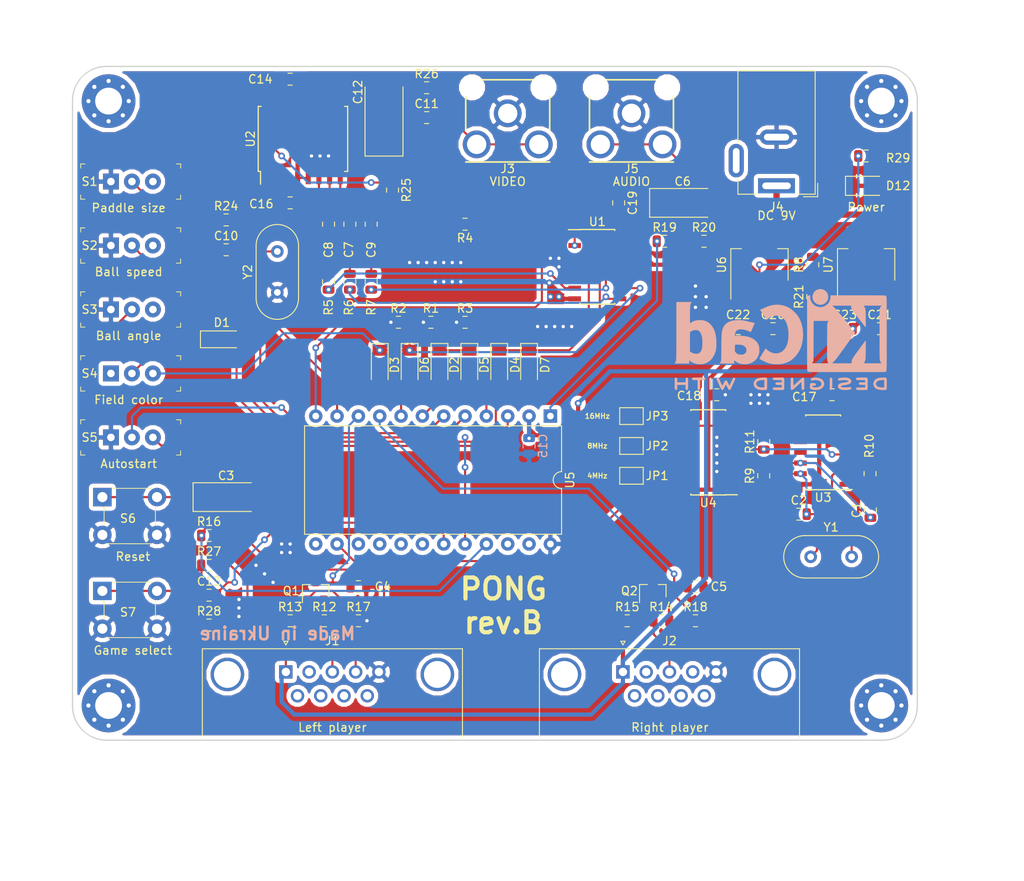
<source format=kicad_pcb>
(kicad_pcb (version 20171130) (host pcbnew 5.0.2-bee76a0~70~ubuntu18.04.1)
  (layers (0 F.Cu signal) (31 B.Cu signal) (34 B.Paste user) (35 F.Paste user) (36 B.SilkS user) (37 F.SilkS user) (38 B.Mask user) (39 F.Mask user) (44 Edge.Cuts user))
  (net 0 "")
  (net 1 "Net-(D1-Pad2)")
  (net 2 "Net-(U2-Pad9)")
  (net 3 "Net-(U2-Pad11)")
  (net 4 "Net-(U1-Pad1)")
  (net 5 +5V)
  (net 6 GND)
  (net 7 "Net-(J1-Pad2)")
  (net 8 "Net-(J1-Pad3)")
  (net 9 "Net-(J1-Pad6)")
  (net 10 "Net-(J1-Pad7)")
  (net 11 "Net-(J1-Pad8)")
  (net 12 "Net-(J1-Pad9)")
  (net 13 "Net-(J2-Pad9)")
  (net 14 "Net-(J2-Pad8)")
  (net 15 "Net-(J2-Pad7)")
  (net 16 "Net-(J2-Pad6)")
  (net 17 "Net-(J2-Pad4)")
  (net 18 "Net-(J2-Pad3)")
  (net 19 "Net-(J2-Pad2)")
  (net 20 "Net-(J3-PadPIN)")
  (net 21 "Net-(R7-Pad1)")
  (net 22 "Net-(R6-Pad1)")
  (net 23 "Net-(R5-Pad1)")
  (net 24 "Net-(R4-Pad1)")
  (net 25 "Net-(D4-Pad1)")
  (net 26 "Net-(D2-Pad1)")
  (net 27 "Net-(U4-Pad11)")
  (net 28 "Net-(U4-Pad15)")
  (net 29 "Net-(C1-Pad1)")
  (net 30 "Net-(R10-Pad2)")
  (net 31 "Net-(C1-Pad2)")
  (net 32 "Net-(R11-Pad1)")
  (net 33 "Net-(JP3-Pad1)")
  (net 34 "Net-(JP2-Pad1)")
  (net 35 "Net-(JP1-Pad1)")
  (net 36 "Net-(S1-Pad3)")
  (net 37 "Net-(Q1-Pad2)")
  (net 38 "Net-(C7-Pad1)")
  (net 39 "Net-(C9-Pad1)")
  (net 40 "Net-(C10-Pad2)")
  (net 41 "Net-(R25-Pad1)")
  (net 42 "Net-(C11-Pad2)")
  (net 43 "Net-(Q2-Pad1)")
  (net 44 "Net-(Q2-Pad2)")
  (net 45 "Net-(Q1-Pad1)")
  (net 46 "Net-(C2-Pad2)")
  (net 47 "Net-(C8-Pad1)")
  (net 48 "Net-(C6-Pad1)")
  (net 49 "Net-(C6-Pad2)")
  (net 50 PL)
  (net 51 PR)
  (net 52 "Net-(C8-Pad2)")
  (net 53 "Net-(C7-Pad2)")
  (net 54 "Net-(C9-Pad2)")
  (net 55 "Net-(C11-Pad1)")
  (net 56 F2MHZ)
  (net 57 E_PL)
  (net 58 RESET)
  (net 59 GAME_SEL)
  (net 60 "Net-(S4-Pad1)")
  (net 61 FS1)
  (net 62 FS2)
  (net 63 "Net-(S3-Pad3)")
  (net 64 BA)
  (net 65 BS)
  (net 66 "Net-(S2-Pad3)")
  (net 67 PS)
  (net 68 RUN)
  (net 69 "Net-(C13-Pad2)")
  (net 70 "Net-(R19-Pad1)")
  (net 71 "Net-(U5-Pad13)")
  (net 72 "Net-(U5-Pad15)")
  (net 73 "Net-(D5-Pad2)")
  (net 74 "Net-(D2-Pad2)")
  (net 75 "Net-(D3-Pad2)")
  (net 76 "Net-(U5-Pad22)")
  (net 77 "Net-(U5-Pad23)")
  (net 78 "Net-(D12-Pad2)")
  (net 79 +6V)
  (net 80 "Net-(R21-Pad2)")
  (net 81 +9V)
  (module Capacitor_SMD:C_0805_2012Metric (layer F.Cu) (at 195.18884 107.188)
    (fp_text reference C2 (at 0 -1.65) (layer F.SilkS))
    (fp_text value 22pF*)
    (pad 2 smd roundrect (at 0.9375 0) (size 0.975 1.4) (layers F.Cu F.Paste F.Mask) (net 46 "Net-(C2-Pad2)"))
    (pad 1 smd roundrect (at -0.9375 0) (size 0.975 1.4) (layers F.Cu F.Paste F.Mask) (net 6 GND))
  )
  (module Capacitor_SMD:C_0805_2012Metric (layer F.Cu) (at 142.748 115.824 180)
    (fp_text reference C4 (at -2.921 0 180) (layer F.SilkS))
    (fp_text value 100nF)
    (pad 1 smd roundrect (at -0.9375 0 180) (size 0.975 1.4) (layers F.Cu F.Paste F.Mask) (net 6 GND))
    (pad 2 smd roundrect (at 0.9375 0 180) (size 0.975 1.4) (layers F.Cu F.Paste F.Mask) (net 50 PL))
  )
  (module Capacitor_SMD:C_0805_2012Metric (layer F.Cu) (at 182.88 115.824 180)
    (fp_text reference C5 (at -2.794 0 180) (layer F.SilkS))
    (fp_text value 100nF)
    (pad 2 smd roundrect (at 0.9375 0 180) (size 0.975 1.4) (layers F.Cu F.Paste F.Mask) (net 51 PR))
    (pad 1 smd roundrect (at -0.9375 0 180) (size 0.975 1.4) (layers F.Cu F.Paste F.Mask) (net 6 GND))
  )
  (module Capacitor_SMD:C_0805_2012Metric (layer F.Cu) (at 141.732 72.644 90)
    (fp_text reference C7 (at -3.048 -0.127 90) (layer F.SilkS))
    (fp_text value 100nF)
    (pad 1 smd roundrect (at -0.9375 0 90) (size 0.975 1.4) (layers F.Cu F.Paste F.Mask) (net 38 "Net-(C7-Pad1)"))
    (pad 2 smd roundrect (at 0.9375 0 90) (size 0.975 1.4) (layers F.Cu F.Paste F.Mask) (net 53 "Net-(C7-Pad2)"))
  )
  (module Capacitor_SMD:C_0805_2012Metric (layer F.Cu) (at 139.192 72.644 90)
    (fp_text reference C8 (at -3.048 0 90) (layer F.SilkS))
    (fp_text value 100nF)
    (pad 2 smd roundrect (at 0.9375 0 90) (size 0.975 1.4) (layers F.Cu F.Paste F.Mask) (net 52 "Net-(C8-Pad2)"))
    (pad 1 smd roundrect (at -0.9375 0 90) (size 0.975 1.4) (layers F.Cu F.Paste F.Mask) (net 47 "Net-(C8-Pad1)"))
  )
  (module Capacitor_SMD:C_0805_2012Metric (layer F.Cu) (at 144.272 72.644 90)
    (fp_text reference C9 (at -3.048 0 90) (layer F.SilkS))
    (fp_text value 100nF)
    (pad 1 smd roundrect (at -0.9375 0 90) (size 0.975 1.4) (layers F.Cu F.Paste F.Mask) (net 39 "Net-(C9-Pad1)"))
    (pad 2 smd roundrect (at 0.9375 0 90) (size 0.975 1.4) (layers F.Cu F.Paste F.Mask) (net 54 "Net-(C9-Pad2)"))
  )
  (module Capacitor_SMD:C_0805_2012Metric (layer F.Cu) (at 127 75.692)
    (fp_text reference C10 (at 0 -1.65) (layer F.SilkS))
    (fp_text value 10pF)
    (pad 2 smd roundrect (at 0.9375 0) (size 0.975 1.4) (layers F.Cu F.Paste F.Mask) (net 40 "Net-(C10-Pad2)"))
    (pad 1 smd roundrect (at -0.9375 0) (size 0.975 1.4) (layers F.Cu F.Paste F.Mask) (net 6 GND))
  )
  (module Capacitor_SMD:C_0805_2012Metric (layer F.Cu) (at 150.876 59.944)
    (fp_text reference C11 (at 0 -1.65) (layer F.SilkS))
    (fp_text value 100nF)
    (pad 1 smd roundrect (at -0.9375 0) (size 0.975 1.4) (layers F.Cu F.Paste F.Mask) (net 55 "Net-(C11-Pad1)"))
    (pad 2 smd roundrect (at 0.9375 0) (size 0.975 1.4) (layers F.Cu F.Paste F.Mask) (net 42 "Net-(C11-Pad2)"))
  )
  (module Capacitor_SMD:C_0805_2012Metric (layer F.Cu) (at 124.968 116.84)
    (fp_text reference C13 (at 0 -1.65) (layer F.SilkS))
    (fp_text value 10nF)
    (pad 2 smd roundrect (at 0.9375 0) (size 0.975 1.4) (layers F.Cu F.Paste F.Mask) (net 69 "Net-(C13-Pad2)"))
    (pad 1 smd roundrect (at -0.9375 0) (size 0.975 1.4) (layers F.Cu F.Paste F.Mask) (net 59 GAME_SEL))
  )
  (module Capacitor_SMD:C_0805_2012Metric (layer F.Cu) (at 134.62 55.372 180)
    (fp_text reference C14 (at 3.556 0 180) (layer F.SilkS))
    (fp_text value 100nF)
    (pad 1 smd roundrect (at -0.9375 0 180) (size 0.975 1.4) (layers F.Cu F.Paste F.Mask) (net 6 GND))
    (pad 2 smd roundrect (at 0.9375 0 180) (size 0.975 1.4) (layers F.Cu F.Paste F.Mask) (net 5 +5V))
  )
  (module Capacitor_SMD:C_0805_2012Metric (layer B.Cu) (at 163.068 99.06 90)
    (fp_text reference C15 (at 0 1.65 90) (layer B.SilkS) (effects (justify mirror)))
    (fp_text value 100nF)
    (pad 2 smd roundrect (at 0.9375 0 90) (size 0.975 1.4) (layers B.Cu B.Paste B.Mask) (net 79 +6V))
    (pad 1 smd roundrect (at -0.9375 0 90) (size 0.975 1.4) (layers B.Cu B.Paste B.Mask) (net 6 GND))
  )
  (module Capacitor_SMD:C_0805_2012Metric (layer F.Cu) (at 134.62 70.104)
    (fp_text reference C16 (at -3.429 0.127) (layer F.SilkS))
    (fp_text value 100nF)
    (pad 1 smd roundrect (at -0.9375 0) (size 0.975 1.4) (layers F.Cu F.Paste F.Mask) (net 6 GND))
    (pad 2 smd roundrect (at 0.9375 0) (size 0.975 1.4) (layers F.Cu F.Paste F.Mask) (net 5 +5V))
  )
  (module Capacitor_SMD:C_0805_2012Metric (layer F.Cu) (at 199.136 92.964 180)
    (fp_text reference C17 (at 3.302 -0.254 180) (layer F.SilkS))
    (fp_text value 100nF)
    (pad 2 smd roundrect (at 0.9375 0 180) (size 0.975 1.4) (layers F.Cu F.Paste F.Mask) (net 5 +5V))
    (pad 1 smd roundrect (at -0.9375 0 180) (size 0.975 1.4) (layers F.Cu F.Paste F.Mask) (net 6 GND))
  )
  (module Capacitor_SMD:C_0805_2012Metric (layer F.Cu) (at 185.42 92.964 180)
    (fp_text reference C18 (at 3.302 -0.127 180) (layer F.SilkS))
    (fp_text value 100nF)
    (pad 1 smd roundrect (at -0.9375 0 180) (size 0.975 1.4) (layers F.Cu F.Paste F.Mask) (net 6 GND))
    (pad 2 smd roundrect (at 0.9375 0 180) (size 0.975 1.4) (layers F.Cu F.Paste F.Mask) (net 5 +5V))
  )
  (module Capacitor_SMD:C_0805_2012Metric (layer F.Cu) (at 173.736 70.104 270)
    (fp_text reference C19 (at 0 -1.65 270) (layer F.SilkS))
    (fp_text value 100nF)
    (pad 2 smd roundrect (at 0.9375 0 270) (size 0.975 1.4) (layers F.Cu F.Paste F.Mask) (net 5 +5V))
    (pad 1 smd roundrect (at -0.9375 0 270) (size 0.975 1.4) (layers F.Cu F.Paste F.Mask) (net 6 GND))
  )
  (module Capacitor_SMD:C_0805_2012Metric (layer F.Cu) (at 203.708 106.68 90)
    (fp_text reference C1 (at 0 -1.65 90) (layer F.SilkS))
    (fp_text value 100pF)
    (pad 1 smd roundrect (at -0.9375 0 90) (size 0.975 1.4) (layers F.Cu F.Paste F.Mask) (net 29 "Net-(C1-Pad1)"))
    (pad 2 smd roundrect (at 0.9375 0 90) (size 0.975 1.4) (layers F.Cu F.Paste F.Mask) (net 31 "Net-(C1-Pad2)"))
  )
  (module Resistor_SMD:R_0805_2012Metric (layer F.Cu) (at 144.272 79.502 90)
    (fp_text reference R7 (at -3.048 0 90) (layer F.SilkS))
    (fp_text value 150)
    (pad 1 smd roundrect (at -0.9375 0 90) (size 0.975 1.4) (layers F.Cu F.Paste F.Mask) (net 21 "Net-(R7-Pad1)"))
    (pad 2 smd roundrect (at 0.9375 0 90) (size 0.975 1.4) (layers F.Cu F.Paste F.Mask) (net 39 "Net-(C9-Pad1)"))
  )
  (module Resistor_SMD:R_0805_2012Metric (layer F.Cu) (at 139.192 79.502 90)
    (fp_text reference R5 (at -3.048 0 90) (layer F.SilkS))
    (fp_text value 150)
    (pad 2 smd roundrect (at 0.9375 0 90) (size 0.975 1.4) (layers F.Cu F.Paste F.Mask) (net 47 "Net-(C8-Pad1)"))
    (pad 1 smd roundrect (at -0.9375 0 90) (size 0.975 1.4) (layers F.Cu F.Paste F.Mask) (net 23 "Net-(R5-Pad1)"))
  )
  (module Resistor_SMD:R_0805_2012Metric (layer F.Cu) (at 124.968 109.728)
    (fp_text reference R16 (at 0 -1.65) (layer F.SilkS))
    (fp_text value 10k)
    (pad 1 smd roundrect (at -0.9375 0) (size 0.975 1.4) (layers F.Cu F.Paste F.Mask) (net 58 RESET))
    (pad 2 smd roundrect (at 0.9375 0) (size 0.975 1.4) (layers F.Cu F.Paste F.Mask) (net 79 +6V))
  )
  (module Resistor_SMD:R_0805_2012Metric (layer F.Cu) (at 142.748 119.888)
    (fp_text reference R17 (at 0 -1.65) (layer F.SilkS))
    (fp_text value 4k3)
    (pad 2 smd roundrect (at 0.9375 0) (size 0.975 1.4) (layers F.Cu F.Paste F.Mask) (net 6 GND))
    (pad 1 smd roundrect (at -0.9375 0) (size 0.975 1.4) (layers F.Cu F.Paste F.Mask) (net 45 "Net-(Q1-Pad1)"))
  )
  (module Resistor_SMD:R_0805_2012Metric (layer F.Cu) (at 182.88 119.888)
    (fp_text reference R18 (at 0 -1.65) (layer F.SilkS))
    (fp_text value 4k3)
    (pad 1 smd roundrect (at -0.9375 0) (size 0.975 1.4) (layers F.Cu F.Paste F.Mask) (net 43 "Net-(Q2-Pad1)"))
    (pad 2 smd roundrect (at 0.9375 0) (size 0.975 1.4) (layers F.Cu F.Paste F.Mask) (net 6 GND))
  )
  (module Resistor_SMD:R_0805_2012Metric (layer F.Cu) (at 179.20716 74.676)
    (fp_text reference R19 (at 0 -1.65) (layer F.SilkS))
    (fp_text value 5k1)
    (pad 2 smd roundrect (at 0.9375 0) (size 0.975 1.4) (layers F.Cu F.Paste F.Mask) (net 48 "Net-(C6-Pad1)"))
    (pad 1 smd roundrect (at -0.9375 0) (size 0.975 1.4) (layers F.Cu F.Paste F.Mask) (net 70 "Net-(R19-Pad1)"))
  )
  (module Resistor_SMD:R_0805_2012Metric (layer F.Cu) (at 183.896 74.676)
    (fp_text reference R20 (at 0 -1.65) (layer F.SilkS))
    (fp_text value 10k)
    (pad 1 smd roundrect (at -0.9375 0) (size 0.975 1.4) (layers F.Cu F.Paste F.Mask) (net 6 GND))
    (pad 2 smd roundrect (at 0.9375 0) (size 0.975 1.4) (layers F.Cu F.Paste F.Mask) (net 49 "Net-(C6-Pad2)"))
  )
  (module Resistor_SMD:R_0805_2012Metric (layer F.Cu) (at 191.008 102.616 90)
    (fp_text reference R9 (at 0 -1.65 90) (layer F.SilkS))
    (fp_text value 470)
    (pad 2 smd roundrect (at 0.9375 0 90) (size 0.975 1.4) (layers F.Cu F.Paste F.Mask) (net 29 "Net-(C1-Pad1)"))
    (pad 1 smd roundrect (at -0.9375 0 90) (size 0.975 1.4) (layers F.Cu F.Paste F.Mask) (net 46 "Net-(C2-Pad2)"))
  )
  (module Resistor_SMD:R_0805_2012Metric (layer F.Cu) (at 203.668157 102.365735 90)
    (fp_text reference R10 (at 3.305735 -0.087157 90) (layer F.SilkS))
    (fp_text value 470)
    (pad 1 smd roundrect (at -0.9375 0 90) (size 0.975 1.4) (layers F.Cu F.Paste F.Mask) (net 31 "Net-(C1-Pad2)"))
    (pad 2 smd roundrect (at 0.9375 0 90) (size 0.975 1.4) (layers F.Cu F.Paste F.Mask) (net 30 "Net-(R10-Pad2)"))
  )
  (module Resistor_SMD:R_0805_2012Metric (layer F.Cu) (at 191.008 98.552 90)
    (fp_text reference R11 (at 0 -1.65 90) (layer F.SilkS))
    (fp_text value 4k7)
    (pad 2 smd roundrect (at 0.9375 0 90) (size 0.975 1.4) (layers F.Cu F.Paste F.Mask) (net 5 +5V))
    (pad 1 smd roundrect (at -0.9375 0 90) (size 0.975 1.4) (layers F.Cu F.Paste F.Mask) (net 32 "Net-(R11-Pad1)"))
  )
  (module Resistor_SMD:R_0805_2012Metric (layer F.Cu) (at 134.62 119.888)
    (fp_text reference R13 (at 0 -1.65) (layer F.SilkS))
    (fp_text value 1k2)
    (pad 1 smd roundrect (at -0.9375 0) (size 0.975 1.4) (layers F.Cu F.Paste F.Mask) (net 79 +6V))
    (pad 2 smd roundrect (at 0.9375 0) (size 0.975 1.4) (layers F.Cu F.Paste F.Mask) (net 45 "Net-(Q1-Pad1)"))
  )
  (module Resistor_SMD:R_0805_2012Metric (layer F.Cu) (at 138.684 119.888)
    (fp_text reference R12 (at 0 -1.65) (layer F.SilkS))
    (fp_text value 5k1)
    (pad 2 smd roundrect (at 0.9375 0) (size 0.975 1.4) (layers F.Cu F.Paste F.Mask) (net 37 "Net-(Q1-Pad2)"))
    (pad 1 smd roundrect (at -0.9375 0) (size 0.975 1.4) (layers F.Cu F.Paste F.Mask) (net 8 "Net-(J1-Pad3)"))
  )
  (module Resistor_SMD:R_0805_2012Metric (layer F.Cu) (at 141.732 79.502 90)
    (fp_text reference R6 (at -3.048 -0.127 90) (layer F.SilkS))
    (fp_text value 150)
    (pad 1 smd roundrect (at -0.9375 0 90) (size 0.975 1.4) (layers F.Cu F.Paste F.Mask) (net 22 "Net-(R6-Pad1)"))
    (pad 2 smd roundrect (at 0.9375 0 90) (size 0.975 1.4) (layers F.Cu F.Paste F.Mask) (net 38 "Net-(C7-Pad1)"))
  )
  (module Resistor_SMD:R_0805_2012Metric (layer F.Cu) (at 146.812 68.58 270)
    (fp_text reference R25 (at 0 -1.65 270) (layer F.SilkS))
    (fp_text value 2k*)
    (pad 2 smd roundrect (at 0.9375 0 270) (size 0.975 1.4) (layers F.Cu F.Paste F.Mask) (net 6 GND))
    (pad 1 smd roundrect (at -0.9375 0 270) (size 0.975 1.4) (layers F.Cu F.Paste F.Mask) (net 41 "Net-(R25-Pad1)"))
  )
  (module Resistor_SMD:R_0805_2012Metric (layer F.Cu) (at 127 72.136)
    (fp_text reference R24 (at 0 -1.65) (layer F.SilkS))
    (fp_text value 4M7)
    (pad 1 smd roundrect (at -0.9375 0) (size 0.975 1.4) (layers F.Cu F.Paste F.Mask) (net 6 GND))
    (pad 2 smd roundrect (at 0.9375 0) (size 0.975 1.4) (layers F.Cu F.Paste F.Mask) (net 40 "Net-(C10-Pad2)"))
  )
  (module Resistor_SMD:R_0805_2012Metric (layer F.Cu) (at 178.816 119.888)
    (fp_text reference R14 (at 0 -1.65) (layer F.SilkS))
    (fp_text value 5k1)
    (pad 2 smd roundrect (at 0.9375 0) (size 0.975 1.4) (layers F.Cu F.Paste F.Mask) (net 44 "Net-(Q2-Pad2)"))
    (pad 1 smd roundrect (at -0.9375 0) (size 0.975 1.4) (layers F.Cu F.Paste F.Mask) (net 18 "Net-(J2-Pad3)"))
  )
  (module Resistor_SMD:R_0805_2012Metric (layer F.Cu) (at 150.876 56.388)
    (fp_text reference R26 (at 0 -1.65) (layer F.SilkS))
    (fp_text value 75)
    (pad 1 smd roundrect (at -0.9375 0) (size 0.975 1.4) (layers F.Cu F.Paste F.Mask) (net 42 "Net-(C11-Pad2)"))
    (pad 2 smd roundrect (at 0.9375 0) (size 0.975 1.4) (layers F.Cu F.Paste F.Mask) (net 20 "Net-(J3-PadPIN)"))
  )
  (module Resistor_SMD:R_0805_2012Metric (layer F.Cu) (at 124.968 113.284)
    (fp_text reference R27 (at 0 -1.65) (layer F.SilkS))
    (fp_text value 1M1)
    (pad 2 smd roundrect (at 0.9375 0) (size 0.975 1.4) (layers F.Cu F.Paste F.Mask) (net 79 +6V))
    (pad 1 smd roundrect (at -0.9375 0) (size 0.975 1.4) (layers F.Cu F.Paste F.Mask) (net 59 GAME_SEL))
  )
  (module Resistor_SMD:R_0805_2012Metric (layer F.Cu) (at 203.2 64.516 180)
    (fp_text reference R29 (at -3.81 -0.254 180) (layer F.SilkS))
    (fp_text value 680)
    (pad 1 smd roundrect (at -0.9375 0 180) (size 0.975 1.4) (layers F.Cu F.Paste F.Mask) (net 78 "Net-(D12-Pad2)"))
    (pad 2 smd roundrect (at 0.9375 0 180) (size 0.975 1.4) (layers F.Cu F.Paste F.Mask) (net 5 +5V))
  )
  (module Resistor_SMD:R_0805_2012Metric (layer F.Cu) (at 174.752 119.888)
    (fp_text reference R15 (at 0 -1.65) (layer F.SilkS))
    (fp_text value 1k2)
    (pad 2 smd roundrect (at 0.9375 0) (size 0.975 1.4) (layers F.Cu F.Paste F.Mask) (net 43 "Net-(Q2-Pad1)"))
    (pad 1 smd roundrect (at -0.9375 0) (size 0.975 1.4) (layers F.Cu F.Paste F.Mask) (net 79 +6V))
  )
  (module Resistor_SMD:R_0805_2012Metric (layer F.Cu) (at 124.968 120.396)
    (fp_text reference R28 (at 0 -1.65) (layer F.SilkS))
    (fp_text value 560)
    (pad 1 smd roundrect (at -0.9375 0) (size 0.975 1.4) (layers F.Cu F.Paste F.Mask) (net 69 "Net-(C13-Pad2)"))
    (pad 2 smd roundrect (at 0.9375 0) (size 0.975 1.4) (layers F.Cu F.Paste F.Mask) (net 79 +6V))
  )
  (module Resistor_SMD:R_0805_2012Metric (layer F.Cu) (at 155.448 84.328)
    (fp_text reference R3 (at 0 -1.65) (layer F.SilkS))
    (fp_text value 1k)
    (pad 2 smd roundrect (at 0.9375 0) (size 0.975 1.4) (layers F.Cu F.Paste F.Mask) (net 25 "Net-(D4-Pad1)"))
    (pad 1 smd roundrect (at -0.9375 0) (size 0.975 1.4) (layers F.Cu F.Paste F.Mask) (net 6 GND))
  )
  (module Resistor_SMD:R_0805_2012Metric (layer F.Cu) (at 151.384 84.328)
    (fp_text reference R1 (at 0 -1.65) (layer F.SilkS))
    (fp_text value 1k)
    (pad 1 smd roundrect (at -0.9375 0) (size 0.975 1.4) (layers F.Cu F.Paste F.Mask) (net 6 GND))
    (pad 2 smd roundrect (at 0.9375 0) (size 0.975 1.4) (layers F.Cu F.Paste F.Mask) (net 26 "Net-(D2-Pad1)"))
  )
  (module Resistor_SMD:R_0805_2012Metric (layer F.Cu) (at 147.518001 84.324961)
    (fp_text reference R2 (at 0 -1.65) (layer F.SilkS))
    (fp_text value 1k)
    (pad 2 smd roundrect (at 0.9375 0) (size 0.975 1.4) (layers F.Cu F.Paste F.Mask) (net 62 FS2))
    (pad 1 smd roundrect (at -0.9375 0) (size 0.975 1.4) (layers F.Cu F.Paste F.Mask) (net 6 GND))
  )
  (module Resistor_SMD:R_0805_2012Metric (layer F.Cu) (at 155.448 72.644 180)
    (fp_text reference R4 (at 0 -1.65 180) (layer F.SilkS))
    (fp_text value 150*)
    (pad 1 smd roundrect (at -0.9375 0 180) (size 0.975 1.4) (layers F.Cu F.Paste F.Mask) (net 24 "Net-(R4-Pad1)"))
    (pad 2 smd roundrect (at 0.9375 0 180) (size 0.975 1.4) (layers F.Cu F.Paste F.Mask) (net 41 "Net-(R25-Pad1)"))
  )
  (module Resistor_SMD:R_0805_2012Metric (layer F.Cu) (at 196.85 77.47 90)
    (fp_text reference R8 (at 0 -1.65 90) (layer F.SilkS))
    (fp_text value 100)
    (pad 2 smd roundrect (at 0.9375 0 90) (size 0.975 1.4) (layers F.Cu F.Paste F.Mask) (net 79 +6V))
    (pad 1 smd roundrect (at -0.9375 0 90) (size 0.975 1.4) (layers F.Cu F.Paste F.Mask) (net 80 "Net-(R21-Pad2)"))
  )
  (module Resistor_SMD:R_0805_2012Metric (layer F.Cu) (at 196.85 81.28 90)
    (fp_text reference R21 (at 0 -1.65 90) (layer F.SilkS))
    (fp_text value 470*)
    (pad 1 smd roundrect (at -0.9375 0 90) (size 0.975 1.4) (layers F.Cu F.Paste F.Mask) (net 6 GND))
    (pad 2 smd roundrect (at 0.9375 0 90) (size 0.975 1.4) (layers F.Cu F.Paste F.Mask) (net 80 "Net-(R21-Pad2)"))
  )
  (module Capacitor_SMD:C_0805_2012Metric (layer F.Cu) (at 200.66 85.09)
    (fp_text reference C23 (at 0 -1.65) (layer F.SilkS))
    (fp_text value 10uF)
    (pad 2 smd roundrect (at 0.9375 0) (size 0.975 1.4) (layers F.Cu F.Paste F.Mask) (net 79 +6V))
    (pad 1 smd roundrect (at -0.9375 0) (size 0.975 1.4) (layers F.Cu F.Paste F.Mask) (net 6 GND))
  )
  (module Capacitor_SMD:C_0805_2012Metric (layer F.Cu) (at 187.96 85.09)
    (fp_text reference C22 (at 0 -1.65) (layer F.SilkS))
    (fp_text value 10uF)
    (pad 1 smd roundrect (at -0.9375 0) (size 0.975 1.4) (layers F.Cu F.Paste F.Mask) (net 6 GND))
    (pad 2 smd roundrect (at 0.9375 0) (size 0.975 1.4) (layers F.Cu F.Paste F.Mask) (net 5 +5V))
  )
  (module Capacitor_SMD:C_0805_2012Metric (layer F.Cu) (at 204.8025 85.09)
    (fp_text reference C21 (at 0 -1.65) (layer F.SilkS))
    (fp_text value 10uF)
    (pad 2 smd roundrect (at 0.9375 0) (size 0.975 1.4) (layers F.Cu F.Paste F.Mask) (net 81 +9V))
    (pad 1 smd roundrect (at -0.9375 0) (size 0.975 1.4) (layers F.Cu F.Paste F.Mask) (net 6 GND))
  )
  (module Capacitor_SMD:C_0805_2012Metric (layer F.Cu) (at 192.1025 85.09)
    (fp_text reference C20 (at 0 -1.65) (layer F.SilkS))
    (fp_text value 10uF)
    (pad 1 smd roundrect (at -0.9375 0) (size 0.975 1.4) (layers F.Cu F.Paste F.Mask) (net 6 GND))
    (pad 2 smd roundrect (at 0.9375 0) (size 0.975 1.4) (layers F.Cu F.Paste F.Mask) (net 81 +9V))
  )
  (module Package_TO_SOT_SMD:SOT-223 (layer F.Cu) (at 190.5 77.47 90)
    (fp_text reference U6 (at 0 -4.5 90) (layer F.SilkS))
    (fp_text value LM1117-5.0)
    (pad 1 smd rect (at -3.15 -2.3 90) (size 2 1.5) (layers F.Cu F.Paste F.Mask) (net 6 GND))
    (pad 3 smd rect (at -3.15 2.3 90) (size 2 1.5) (layers F.Cu F.Paste F.Mask) (net 81 +9V))
    (pad 2 smd rect (at -3.15 0 90) (size 2 1.5) (layers F.Cu F.Paste F.Mask) (net 5 +5V))
    (pad 4 smd rect (at 3.15 0 90) (size 2 3.8) (layers F.Cu F.Paste F.Mask))
  )
  (module Package_TO_SOT_SMD:SOT-223 (layer F.Cu) (at 203.2 77.47 90)
    (fp_text reference U7 (at 0 -4.5 90) (layer F.SilkS))
    (fp_text value LM1117-ADJ)
    (pad 4 smd rect (at 3.15 0 90) (size 2 3.8) (layers F.Cu F.Paste F.Mask))
    (pad 2 smd rect (at -3.15 0 90) (size 2 1.5) (layers F.Cu F.Paste F.Mask) (net 79 +6V))
    (pad 3 smd rect (at -3.15 2.3 90) (size 2 1.5) (layers F.Cu F.Paste F.Mask) (net 81 +9V))
    (pad 1 smd rect (at -3.15 -2.3 90) (size 2 1.5) (layers F.Cu F.Paste F.Mask) (net 80 "Net-(R21-Pad2)"))
  )
  (module LED_SMD:LED_1206_3216Metric_Pad1.42x1.75mm_HandSolder (layer F.Cu) (at 203.2 68.072)
    (fp_text reference D12 (at 3.81 0) (layer F.SilkS))
    (fp_text value Power (at 0 2.54) (layer F.SilkS))
    (pad 1 smd roundrect (at -1.4875 0) (size 1.425 1.75) (layers F.Cu F.Paste F.Mask) (roundrect_rratio 0.175439) (net 6 GND))
    (pad 2 smd roundrect (at 1.4875 0) (size 1.425 1.75) (layers F.Cu F.Paste F.Mask) (roundrect_rratio 0.175439) (net 78 "Net-(D12-Pad2)"))
  )
  (module MountingHole:MountingHole_3.2mm_M3_Pad_Via (layer F.Cu) (at 113.0046 129.98196)
    (fp_text reference H3)
    (fp_text value MountingHole)
    (pad 1 thru_hole circle (at 1.697056 -1.697056) (size 0.8 0.8) (drill 0.5) (layers *.Cu *.Mask))
    (pad 1 thru_hole circle (at 0 -2.4) (size 0.8 0.8) (drill 0.5) (layers *.Cu *.Mask))
    (pad 1 thru_hole circle (at -1.697056 -1.697056) (size 0.8 0.8) (drill 0.5) (layers *.Cu *.Mask))
    (pad 1 thru_hole circle (at -2.4 0) (size 0.8 0.8) (drill 0.5) (layers *.Cu *.Mask))
    (pad 1 thru_hole circle (at -1.697056 1.697056) (size 0.8 0.8) (drill 0.5) (layers *.Cu *.Mask))
    (pad 1 thru_hole circle (at 0 2.4) (size 0.8 0.8) (drill 0.5) (layers *.Cu *.Mask))
    (pad 1 thru_hole circle (at 1.697056 1.697056) (size 0.8 0.8) (drill 0.5) (layers *.Cu *.Mask))
    (pad 1 thru_hole circle (at 2.4 0) (size 0.8 0.8) (drill 0.5) (layers *.Cu *.Mask))
    (pad 1 thru_hole circle (at 0 0) (size 6.4 6.4) (drill 3.2) (layers *.Cu *.Mask))
  )
  (module MountingHole:MountingHole_3.2mm_M3_Pad_Via (layer F.Cu) (at 205.0034 57.98058)
    (fp_text reference H2)
    (fp_text value MountingHole)
    (pad 1 thru_hole circle (at 0 0) (size 6.4 6.4) (drill 3.2) (layers *.Cu *.Mask))
    (pad 1 thru_hole circle (at 2.4 0) (size 0.8 0.8) (drill 0.5) (layers *.Cu *.Mask))
    (pad 1 thru_hole circle (at 1.697056 1.697056) (size 0.8 0.8) (drill 0.5) (layers *.Cu *.Mask))
    (pad 1 thru_hole circle (at 0 2.4) (size 0.8 0.8) (drill 0.5) (layers *.Cu *.Mask))
    (pad 1 thru_hole circle (at -1.697056 1.697056) (size 0.8 0.8) (drill 0.5) (layers *.Cu *.Mask))
    (pad 1 thru_hole circle (at -2.4 0) (size 0.8 0.8) (drill 0.5) (layers *.Cu *.Mask))
    (pad 1 thru_hole circle (at -1.697056 -1.697056) (size 0.8 0.8) (drill 0.5) (layers *.Cu *.Mask))
    (pad 1 thru_hole circle (at 0 -2.4) (size 0.8 0.8) (drill 0.5) (layers *.Cu *.Mask))
    (pad 1 thru_hole circle (at 1.697056 -1.697056) (size 0.8 0.8) (drill 0.5) (layers *.Cu *.Mask))
  )
  (module MountingHole:MountingHole_3.2mm_M3_Pad_Via (layer F.Cu) (at 205.0034 129.98196)
    (fp_text reference H4)
    (fp_text value MountingHole)
    (pad 1 thru_hole circle (at 1.697056 -1.697056) (size 0.8 0.8) (drill 0.5) (layers *.Cu *.Mask))
    (pad 1 thru_hole circle (at 0 -2.4) (size 0.8 0.8) (drill 0.5) (layers *.Cu *.Mask))
    (pad 1 thru_hole circle (at -1.697056 -1.697056) (size 0.8 0.8) (drill 0.5) (layers *.Cu *.Mask))
    (pad 1 thru_hole circle (at -2.4 0) (size 0.8 0.8) (drill 0.5) (layers *.Cu *.Mask))
    (pad 1 thru_hole circle (at -1.697056 1.697056) (size 0.8 0.8) (drill 0.5) (layers *.Cu *.Mask))
    (pad 1 thru_hole circle (at 0 2.4) (size 0.8 0.8) (drill 0.5) (layers *.Cu *.Mask))
    (pad 1 thru_hole circle (at 1.697056 1.697056) (size 0.8 0.8) (drill 0.5) (layers *.Cu *.Mask))
    (pad 1 thru_hole circle (at 2.4 0) (size 0.8 0.8) (drill 0.5) (layers *.Cu *.Mask))
    (pad 1 thru_hole circle (at 0 0) (size 6.4 6.4) (drill 3.2) (layers *.Cu *.Mask))
  )
  (module MountingHole:MountingHole_3.2mm_M3_Pad_Via (layer F.Cu) (at 113.0046 57.98058)
    (fp_text reference H1)
    (fp_text value MountingHole)
    (pad 1 thru_hole circle (at 0 0) (size 6.4 6.4) (drill 3.2) (layers *.Cu *.Mask))
    (pad 1 thru_hole circle (at 2.4 0) (size 0.8 0.8) (drill 0.5) (layers *.Cu *.Mask))
    (pad 1 thru_hole circle (at 1.697056 1.697056) (size 0.8 0.8) (drill 0.5) (layers *.Cu *.Mask))
    (pad 1 thru_hole circle (at 0 2.4) (size 0.8 0.8) (drill 0.5) (layers *.Cu *.Mask))
    (pad 1 thru_hole circle (at -1.697056 1.697056) (size 0.8 0.8) (drill 0.5) (layers *.Cu *.Mask))
    (pad 1 thru_hole circle (at -2.4 0) (size 0.8 0.8) (drill 0.5) (layers *.Cu *.Mask))
    (pad 1 thru_hole circle (at -1.697056 -1.697056) (size 0.8 0.8) (drill 0.5) (layers *.Cu *.Mask))
    (pad 1 thru_hole circle (at 0 -2.4) (size 0.8 0.8) (drill 0.5) (layers *.Cu *.Mask))
    (pad 1 thru_hole circle (at 1.697056 -1.697056) (size 0.8 0.8) (drill 0.5) (layers *.Cu *.Mask))
  )
  (module Diode_SMD:D_MiniMELF (layer F.Cu) (at 148.844 89.408 270)
    (fp_text reference D6 (at 0 -1.778 270) (layer F.SilkS))
    (fp_text value LL4148)
    (pad 2 smd rect (at 1.75 0 270) (size 1.3 1.7) (layers F.Cu F.Paste F.Mask) (net 73 "Net-(D5-Pad2)"))
    (pad 1 smd rect (at -1.75 0 270) (size 1.3 1.7) (layers F.Cu F.Paste F.Mask) (net 62 FS2))
  )
  (module Diode_SMD:D_MiniMELF (layer F.Cu) (at 163.068 89.408 270)
    (fp_text reference D7 (at 0 -1.905 270) (layer F.SilkS))
    (fp_text value LL4148)
    (pad 2 smd rect (at 1.75 0 270) (size 1.3 1.7) (layers F.Cu F.Paste F.Mask) (net 73 "Net-(D5-Pad2)"))
    (pad 1 smd rect (at -1.75 0 270) (size 1.3 1.7) (layers F.Cu F.Paste F.Mask) (net 25 "Net-(D4-Pad1)"))
  )
  (module Diode_SMD:D_MiniMELF (layer F.Cu) (at 155.956 89.408 270)
    (fp_text reference D5 (at 0 -1.778 270) (layer F.SilkS))
    (fp_text value LL4148)
    (pad 1 smd rect (at -1.75 0 270) (size 1.3 1.7) (layers F.Cu F.Paste F.Mask) (net 26 "Net-(D2-Pad1)"))
    (pad 2 smd rect (at 1.75 0 270) (size 1.3 1.7) (layers F.Cu F.Paste F.Mask) (net 73 "Net-(D5-Pad2)"))
  )
  (module Diode_SMD:D_MiniMELF (layer F.Cu) (at 159.512 89.408 270)
    (fp_text reference D4 (at 0 -1.905 270) (layer F.SilkS))
    (fp_text value LL4148)
    (pad 2 smd rect (at 1.75 0 270) (size 1.3 1.7) (layers F.Cu F.Paste F.Mask) (net 1 "Net-(D1-Pad2)"))
    (pad 1 smd rect (at -1.75 0 270) (size 1.3 1.7) (layers F.Cu F.Paste F.Mask) (net 25 "Net-(D4-Pad1)"))
  )
  (module Diode_SMD:D_MiniMELF (layer F.Cu) (at 145.288 89.408 270)
    (fp_text reference D3 (at 0 -1.778 270) (layer F.SilkS))
    (fp_text value LL4148)
    (pad 1 smd rect (at -1.75 0 270) (size 1.3 1.7) (layers F.Cu F.Paste F.Mask) (net 62 FS2))
    (pad 2 smd rect (at 1.75 0 270) (size 1.3 1.7) (layers F.Cu F.Paste F.Mask) (net 75 "Net-(D3-Pad2)"))
  )
  (module Diode_SMD:D_MiniMELF (layer F.Cu) (at 152.4 89.408 270)
    (fp_text reference D2 (at 0 -1.778 270) (layer F.SilkS))
    (fp_text value LL4148)
    (pad 2 smd rect (at 1.75 0 270) (size 1.3 1.7) (layers F.Cu F.Paste F.Mask) (net 74 "Net-(D2-Pad2)"))
    (pad 1 smd rect (at -1.75 0 270) (size 1.3 1.7) (layers F.Cu F.Paste F.Mask) (net 26 "Net-(D2-Pad1)"))
  )
  (module Diode_SMD:D_MiniMELF (layer F.Cu) (at 126.492 86.36)
    (fp_text reference D1 (at 0 -2) (layer F.SilkS))
    (fp_text value LL4148)
    (pad 1 smd rect (at -1.75 0) (size 1.3 1.7) (layers F.Cu F.Paste F.Mask) (net 61 FS1))
    (pad 2 smd rect (at 1.75 0) (size 1.3 1.7) (layers F.Cu F.Paste F.Mask) (net 1 "Net-(D1-Pad2)"))
  )
  (module Package_DIP:DIP-24_W15.24mm (layer F.Cu) (at 165.608 95.504 270)
    (fp_text reference U5 (at 7.62 -2.33 270) (layer F.SilkS))
    (fp_text value K145IK17)
    (pad 1 thru_hole rect (at 0 0 270) (size 1.6 1.6) (drill 0.8) (layers *.Cu *.Mask) (net 70 "Net-(R19-Pad1)"))
    (pad 13 thru_hole oval (at 15.24 27.94 270) (size 1.6 1.6) (drill 0.8) (layers *.Cu *.Mask) (net 71 "Net-(U5-Pad13)"))
    (pad 2 thru_hole oval (at 0 2.54 270) (size 1.6 1.6) (drill 0.8) (layers *.Cu *.Mask) (net 79 +6V))
    (pad 14 thru_hole oval (at 15.24 25.4 270) (size 1.6 1.6) (drill 0.8) (layers *.Cu *.Mask) (net 56 F2MHZ))
    (pad 3 thru_hole oval (at 0 5.08 270) (size 1.6 1.6) (drill 0.8) (layers *.Cu *.Mask) (net 64 BA))
    (pad 15 thru_hole oval (at 15.24 22.86 270) (size 1.6 1.6) (drill 0.8) (layers *.Cu *.Mask) (net 72 "Net-(U5-Pad15)"))
    (pad 4 thru_hole oval (at 0 7.62 270) (size 1.6 1.6) (drill 0.8) (layers *.Cu *.Mask) (net 73 "Net-(D5-Pad2)"))
    (pad 16 thru_hole oval (at 15.24 20.32 270) (size 1.6 1.6) (drill 0.8) (layers *.Cu *.Mask))
    (pad 5 thru_hole oval (at 0 10.16 270) (size 1.6 1.6) (drill 0.8) (layers *.Cu *.Mask) (net 65 BS))
    (pad 17 thru_hole oval (at 15.24 17.78 270) (size 1.6 1.6) (drill 0.8) (layers *.Cu *.Mask))
    (pad 6 thru_hole oval (at 0 12.7 270) (size 1.6 1.6) (drill 0.8) (layers *.Cu *.Mask) (net 68 RUN))
    (pad 18 thru_hole oval (at 15.24 15.24 270) (size 1.6 1.6) (drill 0.8) (layers *.Cu *.Mask))
    (pad 7 thru_hole oval (at 0 15.24 270) (size 1.6 1.6) (drill 0.8) (layers *.Cu *.Mask) (net 74 "Net-(D2-Pad2)"))
    (pad 19 thru_hole oval (at 15.24 12.7 270) (size 1.6 1.6) (drill 0.8) (layers *.Cu *.Mask) (net 69 "Net-(C13-Pad2)"))
    (pad 8 thru_hole oval (at 0 17.78 270) (size 1.6 1.6) (drill 0.8) (layers *.Cu *.Mask) (net 75 "Net-(D3-Pad2)"))
    (pad 20 thru_hole oval (at 15.24 10.16 270) (size 1.6 1.6) (drill 0.8) (layers *.Cu *.Mask) (net 1 "Net-(D1-Pad2)"))
    (pad 9 thru_hole oval (at 0 20.32 270) (size 1.6 1.6) (drill 0.8) (layers *.Cu *.Mask) (net 51 PR))
    (pad 21 thru_hole oval (at 15.24 7.62 270) (size 1.6 1.6) (drill 0.8) (layers *.Cu *.Mask) (net 58 RESET))
    (pad 10 thru_hole oval (at 0 22.86 270) (size 1.6 1.6) (drill 0.8) (layers *.Cu *.Mask) (net 50 PL))
    (pad 22 thru_hole oval (at 15.24 5.08 270) (size 1.6 1.6) (drill 0.8) (layers *.Cu *.Mask) (net 76 "Net-(U5-Pad22)"))
    (pad 11 thru_hole oval (at 0 25.4 270) (size 1.6 1.6) (drill 0.8) (layers *.Cu *.Mask) (net 67 PS))
    (pad 23 thru_hole oval (at 15.24 2.54 270) (size 1.6 1.6) (drill 0.8) (layers *.Cu *.Mask) (net 77 "Net-(U5-Pad23)"))
    (pad 12 thru_hole oval (at 0 27.94 270) (size 1.6 1.6) (drill 0.8) (layers *.Cu *.Mask) (net 4 "Net-(U1-Pad1)"))
    (pad 24 thru_hole oval (at 15.24 0 270) (size 1.6 1.6) (drill 0.8) (layers *.Cu *.Mask) (net 6 GND))
  )
  (module digikey-footprints:Switch_Slide_11.6x4mm_EG1218 (layer F.Cu) (at 113.284 98.044)
    (fp_text reference S5 (at -2.54 0) (layer F.SilkS))
    (fp_text value Autostart (at 2.11 3.14) (layer F.SilkS))
    (pad 3 thru_hole circle (at 5 0) (size 1.9 1.9) (drill 0.9) (layers *.Cu *.Mask) (net 57 E_PL))
    (pad 2 thru_hole circle (at 2.5 0) (size 1.9 1.9) (drill 0.9) (layers *.Cu *.Mask) (net 68 RUN))
    (pad 1 thru_hole rect (at 0 0) (size 1.9 1.9) (drill 0.9) (layers *.Cu *.Mask) (net 6 GND))
  )
  (module digikey-footprints:Switch_Slide_11.6x4mm_EG1218 (layer F.Cu) (at 113.284 75.184)
    (fp_text reference S2 (at -2.54 0) (layer F.SilkS))
    (fp_text value "Ball speed" (at 2.11 3.14) (layer F.SilkS))
    (pad 1 thru_hole rect (at 0 0) (size 1.9 1.9) (drill 0.9) (layers *.Cu *.Mask) (net 6 GND))
    (pad 2 thru_hole circle (at 2.5 0) (size 1.9 1.9) (drill 0.9) (layers *.Cu *.Mask) (net 65 BS))
    (pad 3 thru_hole circle (at 5 0) (size 1.9 1.9) (drill 0.9) (layers *.Cu *.Mask) (net 66 "Net-(S2-Pad3)"))
  )
  (module digikey-footprints:Switch_Slide_11.6x4mm_EG1218 (layer F.Cu) (at 113.284 82.804)
    (fp_text reference S3 (at -2.54 0) (layer F.SilkS))
    (fp_text value "Ball angle" (at 2.11 3.14) (layer F.SilkS))
    (pad 3 thru_hole circle (at 5 0) (size 1.9 1.9) (drill 0.9) (layers *.Cu *.Mask) (net 63 "Net-(S3-Pad3)"))
    (pad 2 thru_hole circle (at 2.5 0) (size 1.9 1.9) (drill 0.9) (layers *.Cu *.Mask) (net 64 BA))
    (pad 1 thru_hole rect (at 0 0) (size 1.9 1.9) (drill 0.9) (layers *.Cu *.Mask) (net 6 GND))
  )
  (module digikey-footprints:Switch_Slide_11.6x4mm_EG1218 (layer F.Cu) (at 113.284 90.424)
    (fp_text reference S4 (at -2.54 0) (layer F.SilkS))
    (fp_text value "Field color" (at 2.11 3.14) (layer F.SilkS))
    (pad 1 thru_hole rect (at 0 0) (size 1.9 1.9) (drill 0.9) (layers *.Cu *.Mask) (net 60 "Net-(S4-Pad1)"))
    (pad 2 thru_hole circle (at 2.5 0) (size 1.9 1.9) (drill 0.9) (layers *.Cu *.Mask) (net 61 FS1))
    (pad 3 thru_hole circle (at 5 0) (size 1.9 1.9) (drill 0.9) (layers *.Cu *.Mask) (net 62 FS2))
  )
  (module digikey-footprints:Switch_Tactile_THT_6x6mm (layer F.Cu) (at 112.268 116.332)
    (fp_text reference S7 (at 3.048 2.54) (layer F.SilkS))
    (fp_text value "Game select" (at 3.6322 7.0866) (layer F.SilkS))
    (pad 3 thru_hole circle (at 0 4.5) (size 2.2 2.2) (drill 1.2) (layers *.Cu *.Mask) (net 6 GND))
    (pad 4 thru_hole circle (at 6.5 4.5) (size 2.2 2.2) (drill 1.2) (layers *.Cu *.Mask) (net 6 GND))
    (pad 2 thru_hole circle (at 6.5 0) (size 2.2 2.2) (drill 1.2) (layers *.Cu *.Mask) (net 59 GAME_SEL))
    (pad 1 thru_hole rect (at 0 0) (size 2.2 2.2) (drill 1.2) (layers *.Cu *.Mask) (net 59 GAME_SEL))
  )
  (module digikey-footprints:Switch_Tactile_THT_6x6mm (layer F.Cu) (at 112.268 105.156)
    (fp_text reference S6 (at 3.048 2.54) (layer F.SilkS))
    (fp_text value Reset (at 3.6322 7.0866) (layer F.SilkS))
    (pad 1 thru_hole rect (at 0 0) (size 2.2 2.2) (drill 1.2) (layers *.Cu *.Mask) (net 58 RESET))
    (pad 2 thru_hole circle (at 6.5 0) (size 2.2 2.2) (drill 1.2) (layers *.Cu *.Mask) (net 58 RESET))
    (pad 4 thru_hole circle (at 6.5 4.5) (size 2.2 2.2) (drill 1.2) (layers *.Cu *.Mask) (net 6 GND))
    (pad 3 thru_hole circle (at 0 4.5) (size 2.2 2.2) (drill 1.2) (layers *.Cu *.Mask) (net 6 GND))
  )
  (module Capacitor_Tantalum_SMD:CP_EIA-6032-28_Kemet-C_Pad2.25x2.35mm_HandSolder (layer F.Cu) (at 127 105.156)
    (fp_text reference C3 (at 0 -2.55) (layer F.SilkS))
    (fp_text value 20uF)
    (pad 2 smd roundrect (at 2.55 0) (size 2.25 2.35) (layers F.Cu F.Paste F.Mask) (roundrect_rratio 0.111111) (net 6 GND))
    (pad 1 smd roundrect (at -2.55 0) (size 2.25 2.35) (layers F.Cu F.Paste F.Mask) (roundrect_rratio 0.111111) (net 58 RESET))
  )
  (module Capacitor_Tantalum_SMD:CP_EIA-6032-28_Kemet-C_Pad2.25x2.35mm_HandSolder (layer F.Cu) (at 181.356 70.104)
    (fp_text reference C6 (at 0 -2.55) (layer F.SilkS))
    (fp_text value 10uF)
    (pad 1 smd roundrect (at -2.55 0) (size 2.25 2.35) (layers F.Cu F.Paste F.Mask) (roundrect_rratio 0.111111) (net 48 "Net-(C6-Pad1)"))
    (pad 2 smd roundrect (at 2.55 0) (size 2.25 2.35) (layers F.Cu F.Paste F.Mask) (roundrect_rratio 0.111111) (net 49 "Net-(C6-Pad2)"))
  )
  (module Capacitor_Tantalum_SMD:CP_EIA-7343-31_Kemet-D_Pad2.25x2.55mm_HandSolder (layer F.Cu) (at 145.796 59.944 90)
    (fp_text reference C12 (at 3.048 -3.1 90) (layer F.SilkS))
    (fp_text value 220uF)
    (pad 1 smd roundrect (at -3.2 0 90) (size 2.25 2.55) (layers F.Cu F.Paste F.Mask) (roundrect_rratio 0.111111) (net 55 "Net-(C11-Pad1)"))
    (pad 2 smd roundrect (at 3.2 0 90) (size 2.25 2.55) (layers F.Cu F.Paste F.Mask) (roundrect_rratio 0.111111) (net 42 "Net-(C11-Pad2)"))
  )
  (module Crystal:Crystal_HC49-U_Vertical (layer F.Cu) (at 133.096 80.772 90)
    (fp_text reference Y2 (at 2.44 -3.525 90) (layer F.SilkS))
    (fp_text value 4.43MHz)
    (pad 1 thru_hole circle (at 0 0 90) (size 1.5 1.5) (drill 0.8) (layers *.Cu *.Mask) (net 6 GND))
    (pad 2 thru_hole circle (at 4.88 0 90) (size 1.5 1.5) (drill 0.8) (layers *.Cu *.Mask) (net 40 "Net-(C10-Pad2)"))
  )
  (module Package_TO_SOT_SMD:SOT-23 (layer F.Cu) (at 177.8 116.332 90)
    (fp_text reference Q2 (at 0 -2.794) (layer F.SilkS))
    (fp_text value BC856)
    (pad 3 smd rect (at 1 0 90) (size 0.9 0.8) (layers F.Cu F.Paste F.Mask) (net 51 PR))
    (pad 2 smd rect (at -1 0.95 90) (size 0.9 0.8) (layers F.Cu F.Paste F.Mask) (net 44 "Net-(Q2-Pad2)"))
    (pad 1 smd rect (at -1 -0.95 90) (size 0.9 0.8) (layers F.Cu F.Paste F.Mask) (net 43 "Net-(Q2-Pad1)"))
  )
  (module Package_TO_SOT_SMD:SOT-23 (layer F.Cu) (at 137.668 116.332 90)
    (fp_text reference Q1 (at 0 -2.921) (layer F.SilkS))
    (fp_text value BC856)
    (pad 1 smd rect (at -1 -0.95 90) (size 0.9 0.8) (layers F.Cu F.Paste F.Mask) (net 45 "Net-(Q1-Pad1)"))
    (pad 2 smd rect (at -1 0.95 90) (size 0.9 0.8) (layers F.Cu F.Paste F.Mask) (net 37 "Net-(Q1-Pad2)"))
    (pad 3 smd rect (at 1 0 90) (size 0.9 0.8) (layers F.Cu F.Paste F.Mask) (net 50 PL))
  )
  (module digikey-footprints:Switch_Slide_11.6x4mm_EG1218 (layer F.Cu) (at 113.284 67.564)
    (fp_text reference S1 (at -2.54 0) (layer F.SilkS))
    (fp_text value "Paddle size" (at 2.11 3.14) (layer F.SilkS))
    (pad 1 thru_hole rect (at 0 0) (size 1.9 1.9) (drill 0.9) (layers *.Cu *.Mask) (net 6 GND))
    (pad 2 thru_hole circle (at 2.5 0) (size 1.9 1.9) (drill 0.9) (layers *.Cu *.Mask) (net 67 PS))
    (pad 3 thru_hole circle (at 5 0) (size 1.9 1.9) (drill 0.9) (layers *.Cu *.Mask) (net 36 "Net-(S1-Pad3)"))
  )
  (module Crystal:Crystal_HC49-U_Vertical (layer F.Cu) (at 196.596 112.268)
    (fp_text reference Y1 (at 2.44 -3.525) (layer F.SilkS))
    (fp_text value 4/8/16MHz)
    (pad 1 thru_hole circle (at 0 0) (size 1.5 1.5) (drill 0.8) (layers *.Cu *.Mask) (net 46 "Net-(C2-Pad2)"))
    (pad 2 thru_hole circle (at 4.88 0) (size 1.5 1.5) (drill 0.8) (layers *.Cu *.Mask) (net 30 "Net-(R10-Pad2)"))
  )
  (module Jumper:SolderJumper-2_P1.3mm_Open_TrianglePad1.0x1.5mm (layer F.Cu) (at 175.26 95.504 180)
    (fp_text reference JP3 (at -3.048 0 180) (layer F.SilkS))
    (fp_text value 16MHz (at 4.064 0 180) (layer F.SilkS) (effects (font (size 0.6 0.6) (thickness 0.125))))
    (pad 2 smd custom (at 0.725 0 180) (size 0.3 0.3) (layers F.Cu F.Mask) (net 56 F2MHZ) (options (clearance outline) (anchor rect)) (primitives (gr_poly (pts (xy -0.65 -0.75) (xy 0.5 -0.75) (xy 0.5 0.75) (xy -0.65 0.75) (xy -0.15 0)) (width 0))))
    (pad 1 smd custom (at -0.725 0 180) (size 0.3 0.3) (layers F.Cu F.Mask) (net 33 "Net-(JP3-Pad1)") (options (clearance outline) (anchor rect)) (primitives (gr_poly (pts (xy -0.5 -0.75) (xy 0.5 -0.75) (xy 1 0) (xy 0.5 0.75) (xy -0.5 0.75)) (width 0))))
  )
  (module Jumper:SolderJumper-2_P1.3mm_Open_TrianglePad1.0x1.5mm (layer F.Cu) (at 175.26 99.06 180)
    (fp_text reference JP2 (at -3.048 0 180) (layer F.SilkS))
    (fp_text value 8MHz (at 4.064 0 180) (layer F.SilkS) (effects (font (size 0.6 0.6) (thickness 0.125))))
    (pad 1 smd custom (at -0.725 0 180) (size 0.3 0.3) (layers F.Cu F.Mask) (net 34 "Net-(JP2-Pad1)") (options (clearance outline) (anchor rect)) (primitives (gr_poly (pts (xy -0.5 -0.75) (xy 0.5 -0.75) (xy 1 0) (xy 0.5 0.75) (xy -0.5 0.75)) (width 0))))
    (pad 2 smd custom (at 0.725 0 180) (size 0.3 0.3) (layers F.Cu F.Mask) (net 56 F2MHZ) (options (clearance outline) (anchor rect)) (primitives (gr_poly (pts (xy -0.65 -0.75) (xy 0.5 -0.75) (xy 0.5 0.75) (xy -0.65 0.75) (xy -0.15 0)) (width 0))))
  )
  (module Jumper:SolderJumper-2_P1.3mm_Open_TrianglePad1.0x1.5mm (layer F.Cu) (at 175.26 102.616 180)
    (fp_text reference JP1 (at -3.048 0 180) (layer F.SilkS))
    (fp_text value 4MHz (at 4.064 0 180) (layer F.SilkS) (effects (font (size 0.6 0.6) (thickness 0.125))))
    (pad 2 smd custom (at 0.725 0 180) (size 0.3 0.3) (layers F.Cu F.Mask) (net 56 F2MHZ) (options (clearance outline) (anchor rect)) (primitives (gr_poly (pts (xy -0.65 -0.75) (xy 0.5 -0.75) (xy 0.5 0.75) (xy -0.65 0.75) (xy -0.15 0)) (width 0))))
    (pad 1 smd custom (at -0.725 0 180) (size 0.3 0.3) (layers F.Cu F.Mask) (net 35 "Net-(JP1-Pad1)") (options (clearance outline) (anchor rect)) (primitives (gr_poly (pts (xy -0.5 -0.75) (xy 0.5 -0.75) (xy 1 0) (xy 0.5 0.75) (xy -0.5 0.75)) (width 0))))
  )
  (module Package_SO:SOIC-14_3.9x8.7mm_P1.27mm (layer F.Cu) (at 198.080157 99.825735 180)
    (fp_text reference U3 (at 0 -5.375 180) (layer F.SilkS))
    (fp_text value 74ACT04)
    (pad 1 smd rect (at -2.7 -3.81 180) (size 1.5 0.6) (layers F.Cu F.Paste F.Mask) (net 31 "Net-(C1-Pad2)"))
    (pad 2 smd rect (at -2.7 -2.54 180) (size 1.5 0.6) (layers F.Cu F.Paste F.Mask) (net 30 "Net-(R10-Pad2)"))
    (pad 3 smd rect (at -2.7 -1.27 180) (size 1.5 0.6) (layers F.Cu F.Paste F.Mask) (net 30 "Net-(R10-Pad2)"))
    (pad 4 smd rect (at -2.7 0 180) (size 1.5 0.6) (layers F.Cu F.Paste F.Mask) (net 32 "Net-(R11-Pad1)"))
    (pad 5 smd rect (at -2.7 1.27 180) (size 1.5 0.6) (layers F.Cu F.Paste F.Mask))
    (pad 6 smd rect (at -2.7 2.54 180) (size 1.5 0.6) (layers F.Cu F.Paste F.Mask))
    (pad 7 smd rect (at -2.7 3.81 180) (size 1.5 0.6) (layers F.Cu F.Paste F.Mask) (net 6 GND))
    (pad 8 smd rect (at 2.7 3.81 180) (size 1.5 0.6) (layers F.Cu F.Paste F.Mask))
    (pad 9 smd rect (at 2.7 2.54 180) (size 1.5 0.6) (layers F.Cu F.Paste F.Mask))
    (pad 10 smd rect (at 2.7 1.27 180) (size 1.5 0.6) (layers F.Cu F.Paste F.Mask))
    (pad 11 smd rect (at 2.7 0 180) (size 1.5 0.6) (layers F.Cu F.Paste F.Mask))
    (pad 12 smd rect (at 2.7 -1.27 180) (size 1.5 0.6) (layers F.Cu F.Paste F.Mask) (net 29 "Net-(C1-Pad1)"))
    (pad 13 smd rect (at 2.7 -2.54 180) (size 1.5 0.6) (layers F.Cu F.Paste F.Mask) (net 46 "Net-(C2-Pad2)"))
    (pad 14 smd rect (at 2.7 -3.81 180) (size 1.5 0.6) (layers F.Cu F.Paste F.Mask) (net 5 +5V))
  )
  (module Package_SO:SOIC-16_3.9x9.9mm_P1.27mm (layer F.Cu) (at 184.404 99.825735 180)
    (fp_text reference U4 (at 0 -6 180) (layer F.SilkS))
    (fp_text value 74HC161)
    (pad 1 smd rect (at -2.7 -4.445 180) (size 1.5 0.6) (layers F.Cu F.Paste F.Mask) (net 5 +5V))
    (pad 2 smd rect (at -2.7 -3.175 180) (size 1.5 0.6) (layers F.Cu F.Paste F.Mask) (net 32 "Net-(R11-Pad1)"))
    (pad 3 smd rect (at -2.7 -1.905 180) (size 1.5 0.6) (layers F.Cu F.Paste F.Mask) (net 6 GND))
    (pad 4 smd rect (at -2.7 -0.635 180) (size 1.5 0.6) (layers F.Cu F.Paste F.Mask) (net 6 GND))
    (pad 5 smd rect (at -2.7 0.635 180) (size 1.5 0.6) (layers F.Cu F.Paste F.Mask) (net 6 GND))
    (pad 6 smd rect (at -2.7 1.905 180) (size 1.5 0.6) (layers F.Cu F.Paste F.Mask) (net 6 GND))
    (pad 7 smd rect (at -2.7 3.175 180) (size 1.5 0.6) (layers F.Cu F.Paste F.Mask) (net 5 +5V))
    (pad 8 smd rect (at -2.7 4.445 180) (size 1.5 0.6) (layers F.Cu F.Paste F.Mask) (net 6 GND))
    (pad 9 smd rect (at 2.7 4.445 180) (size 1.5 0.6) (layers F.Cu F.Paste F.Mask) (net 5 +5V))
    (pad 10 smd rect (at 2.7 3.175 180) (size 1.5 0.6) (layers F.Cu F.Paste F.Mask) (net 5 +5V))
    (pad 11 smd rect (at 2.7 1.905 180) (size 1.5 0.6) (layers F.Cu F.Paste F.Mask) (net 27 "Net-(U4-Pad11)"))
    (pad 12 smd rect (at 2.7 0.635 180) (size 1.5 0.6) (layers F.Cu F.Paste F.Mask) (net 33 "Net-(JP3-Pad1)"))
    (pad 13 smd rect (at 2.7 -0.635 180) (size 1.5 0.6) (layers F.Cu F.Paste F.Mask) (net 34 "Net-(JP2-Pad1)"))
    (pad 14 smd rect (at 2.7 -1.905 180) (size 1.5 0.6) (layers F.Cu F.Paste F.Mask) (net 35 "Net-(JP1-Pad1)"))
    (pad 15 smd rect (at 2.7 -3.175 180) (size 1.5 0.6) (layers F.Cu F.Paste F.Mask) (net 28 "Net-(U4-Pad15)"))
    (pad 16 smd rect (at 2.7 -4.445 180) (size 1.5 0.6) (layers F.Cu F.Paste F.Mask) (net 5 +5V))
  )
  (module RCA (layer F.Cu) (at 175.26 59.436 270)
    (fp_text reference J5 (at 6.604 0 180) (layer F.SilkS))
    (fp_text value AUDIO (at 8.128 0 180) (layer F.SilkS))
    (pad PIN thru_hole circle (at 3.69824 -3.69824 270) (size 3.3147 3.3147) (drill 2.2987) (layers *.Cu *.Mask) (net 49 "Net-(C6-Pad2)"))
    (pad SHEL thru_hole circle (at 0 0 270) (size 3.3147 3.3147) (drill 2.2987) (layers *.Cu *.Mask) (net 6 GND))
    (pad SWIT thru_hole circle (at 3.69824 3.69824 270) (size 3.3147 3.3147) (drill 2.2987) (layers *.Cu *.Mask) (net 49 "Net-(C6-Pad2)"))
    (pad "" np_thru_hole circle (at -3.0988 -4.24942 270) (size 2.09804 2.09804) (drill 2.09804) (layers *.Cu *.Mask))
    (pad "" np_thru_hole circle (at -3.0988 4.24942 270) (size 2.09804 2.09804) (drill 2.09804) (layers *.Cu *.Mask))
  )
  (module Connector_BarrelJack:BarrelJack_Wuerth_6941xx301002 (layer F.Cu) (at 192.532 68.072 180)
    (fp_text reference J4 (at 0 -2.5 180) (layer F.SilkS))
    (fp_text value "DC 9V" (at 0 -3.556 180) (layer F.SilkS))
    (pad 3 thru_hole oval (at 4.8 3 270) (size 4 1.8) (drill oval 3 0.8) (layers *.Cu *.Mask))
    (pad 2 thru_hole oval (at 0 5.8 180) (size 4 1.8) (drill oval 3 0.8) (layers *.Cu *.Mask) (net 6 GND))
    (pad 1 thru_hole rect (at 0 0 180) (size 4.4 1.8) (drill oval 3.4 0.8) (layers *.Cu *.Mask) (net 81 +9V))
  )
  (module RCA (layer F.Cu) (at 160.528 59.436 270)
    (fp_text reference J3 (at 6.604 0 180) (layer F.SilkS))
    (fp_text value VIDEO (at 8.128 0 180) (layer F.SilkS))
    (pad PIN thru_hole circle (at 3.69824 -3.69824 270) (size 3.3147 3.3147) (drill 2.2987) (layers *.Cu *.Mask) (net 20 "Net-(J3-PadPIN)"))
    (pad SHEL thru_hole circle (at 0 0 270) (size 3.3147 3.3147) (drill 2.2987) (layers *.Cu *.Mask) (net 6 GND))
    (pad SWIT thru_hole circle (at 3.69824 3.69824 270) (size 3.3147 3.3147) (drill 2.2987) (layers *.Cu *.Mask) (net 20 "Net-(J3-PadPIN)"))
    (pad "" np_thru_hole circle (at -3.0988 -4.24942 270) (size 2.09804 2.09804) (drill 2.09804) (layers *.Cu *.Mask))
    (pad "" np_thru_hole circle (at -3.0988 4.24942 270) (size 2.09804 2.09804) (drill 2.09804) (layers *.Cu *.Mask))
  )
  (module Connector_Dsub:DSUB-9_Male_Horizontal_P2.77x2.84mm_EdgePinOffset4.94mm_Housed_MountingHolesOffset7.48mm (layer F.Cu) (at 174.244 125.984)
    (fp_text reference J2 (at 5.54 -3.7) (layer F.SilkS))
    (fp_text value "Right player" (at 5.588 6.604) (layer F.SilkS))
    (pad 0 thru_hole circle (at 18.04 0.3) (size 4 4) (drill 3.2) (layers *.Cu *.Mask))
    (pad 0 thru_hole circle (at -6.96 0.3) (size 4 4) (drill 3.2) (layers *.Cu *.Mask))
    (pad 9 thru_hole circle (at 9.695 2.84) (size 1.6 1.6) (drill 1) (layers *.Cu *.Mask) (net 13 "Net-(J2-Pad9)"))
    (pad 8 thru_hole circle (at 6.925 2.84) (size 1.6 1.6) (drill 1) (layers *.Cu *.Mask) (net 14 "Net-(J2-Pad8)"))
    (pad 7 thru_hole circle (at 4.155 2.84) (size 1.6 1.6) (drill 1) (layers *.Cu *.Mask) (net 15 "Net-(J2-Pad7)"))
    (pad 6 thru_hole circle (at 1.385 2.84) (size 1.6 1.6) (drill 1) (layers *.Cu *.Mask) (net 16 "Net-(J2-Pad6)"))
    (pad 5 thru_hole circle (at 11.08 0) (size 1.6 1.6) (drill 1) (layers *.Cu *.Mask) (net 6 GND))
    (pad 4 thru_hole circle (at 8.31 0) (size 1.6 1.6) (drill 1) (layers *.Cu *.Mask) (net 17 "Net-(J2-Pad4)"))
    (pad 3 thru_hole circle (at 5.54 0) (size 1.6 1.6) (drill 1) (layers *.Cu *.Mask) (net 18 "Net-(J2-Pad3)"))
    (pad 2 thru_hole circle (at 2.77 0) (size 1.6 1.6) (drill 1) (layers *.Cu *.Mask) (net 19 "Net-(J2-Pad2)"))
    (pad 1 thru_hole rect (at 0 0) (size 1.6 1.6) (drill 1) (layers *.Cu *.Mask) (net 79 +6V))
  )
  (module Connector_Dsub:DSUB-9_Male_Horizontal_P2.77x2.84mm_EdgePinOffset4.94mm_Housed_MountingHolesOffset7.48mm (layer F.Cu) (at 134.112 125.984)
    (fp_text reference J1 (at 5.54 -3.7) (layer F.SilkS))
    (fp_text value "Left player" (at 5.54 6.604) (layer F.SilkS))
    (pad 1 thru_hole rect (at 0 0) (size 1.6 1.6) (drill 1) (layers *.Cu *.Mask) (net 79 +6V))
    (pad 2 thru_hole circle (at 2.77 0) (size 1.6 1.6) (drill 1) (layers *.Cu *.Mask) (net 7 "Net-(J1-Pad2)"))
    (pad 3 thru_hole circle (at 5.54 0) (size 1.6 1.6) (drill 1) (layers *.Cu *.Mask) (net 8 "Net-(J1-Pad3)"))
    (pad 4 thru_hole circle (at 8.31 0) (size 1.6 1.6) (drill 1) (layers *.Cu *.Mask) (net 57 E_PL))
    (pad 5 thru_hole circle (at 11.08 0) (size 1.6 1.6) (drill 1) (layers *.Cu *.Mask) (net 6 GND))
    (pad 6 thru_hole circle (at 1.385 2.84) (size 1.6 1.6) (drill 1) (layers *.Cu *.Mask) (net 9 "Net-(J1-Pad6)"))
    (pad 7 thru_hole circle (at 4.155 2.84) (size 1.6 1.6) (drill 1) (layers *.Cu *.Mask) (net 10 "Net-(J1-Pad7)"))
    (pad 8 thru_hole circle (at 6.925 2.84) (size 1.6 1.6) (drill 1) (layers *.Cu *.Mask) (net 11 "Net-(J1-Pad8)"))
    (pad 9 thru_hole circle (at 9.695 2.84) (size 1.6 1.6) (drill 1) (layers *.Cu *.Mask) (net 12 "Net-(J1-Pad9)"))
    (pad 0 thru_hole circle (at -6.96 0.3) (size 4 4) (drill 3.2) (layers *.Cu *.Mask))
    (pad 0 thru_hole circle (at 18.04 0.3) (size 4 4) (drill 3.2) (layers *.Cu *.Mask))
  )
  (module Package_SO:SOIC-14_3.9x8.7mm_P1.27mm (layer F.Cu) (at 171.196 77.724)
    (fp_text reference U1 (at 0 -5.375) (layer F.SilkS))
    (fp_text value 74LS32)
    (pad 1 smd rect (at -2.7 -3.81) (size 1.5 0.6) (layers F.Cu F.Paste F.Mask) (net 4 "Net-(U1-Pad1)"))
    (pad 2 smd rect (at -2.7 -2.54) (size 1.5 0.6) (layers F.Cu F.Paste F.Mask) (net 4 "Net-(U1-Pad1)"))
    (pad 3 smd rect (at -2.7 -1.27) (size 1.5 0.6) (layers F.Cu F.Paste F.Mask) (net 24 "Net-(R4-Pad1)"))
    (pad 4 smd rect (at -2.7 0) (size 1.5 0.6) (layers F.Cu F.Paste F.Mask) (net 26 "Net-(D2-Pad1)"))
    (pad 5 smd rect (at -2.7 1.27) (size 1.5 0.6) (layers F.Cu F.Paste F.Mask) (net 26 "Net-(D2-Pad1)"))
    (pad 6 smd rect (at -2.7 2.54) (size 1.5 0.6) (layers F.Cu F.Paste F.Mask) (net 23 "Net-(R5-Pad1)"))
    (pad 7 smd rect (at -2.7 3.81) (size 1.5 0.6) (layers F.Cu F.Paste F.Mask) (net 6 GND))
    (pad 8 smd rect (at 2.7 3.81) (size 1.5 0.6) (layers F.Cu F.Paste F.Mask) (net 22 "Net-(R6-Pad1)"))
    (pad 9 smd rect (at 2.7 2.54) (size 1.5 0.6) (layers F.Cu F.Paste F.Mask) (net 62 FS2))
    (pad 10 smd rect (at 2.7 1.27) (size 1.5 0.6) (layers F.Cu F.Paste F.Mask) (net 62 FS2))
    (pad 11 smd rect (at 2.7 0) (size 1.5 0.6) (layers F.Cu F.Paste F.Mask) (net 21 "Net-(R7-Pad1)"))
    (pad 12 smd rect (at 2.7 -1.27) (size 1.5 0.6) (layers F.Cu F.Paste F.Mask) (net 25 "Net-(D4-Pad1)"))
    (pad 13 smd rect (at 2.7 -2.54) (size 1.5 0.6) (layers F.Cu F.Paste F.Mask) (net 25 "Net-(D4-Pad1)"))
    (pad 14 smd rect (at 2.7 -3.81) (size 1.5 0.6) (layers F.Cu F.Paste F.Mask) (net 5 +5V))
  )
  (module Package_SO:SOIC-16W_7.5x10.3mm_P1.27mm (layer F.Cu) (at 136.144 62.484 90)
    (fp_text reference U2 (at 0 -6.25 90) (layer F.SilkS))
    (fp_text value AD724)
    (pad 1 smd rect (at -4.65 -4.445 90) (size 1.5 0.6) (layers F.Cu F.Paste F.Mask) (net 6 GND))
    (pad 2 smd rect (at -4.65 -3.175 90) (size 1.5 0.6) (layers F.Cu F.Paste F.Mask) (net 6 GND))
    (pad 3 smd rect (at -4.65 -1.905 90) (size 1.5 0.6) (layers F.Cu F.Paste F.Mask) (net 40 "Net-(C10-Pad2)"))
    (pad 4 smd rect (at -4.65 -0.635 90) (size 1.5 0.6) (layers F.Cu F.Paste F.Mask) (net 5 +5V))
    (pad 5 smd rect (at -4.65 0.635 90) (size 1.5 0.6) (layers F.Cu F.Paste F.Mask) (net 5 +5V))
    (pad 6 smd rect (at -4.65 1.905 90) (size 1.5 0.6) (layers F.Cu F.Paste F.Mask) (net 52 "Net-(C8-Pad2)"))
    (pad 7 smd rect (at -4.65 3.175 90) (size 1.5 0.6) (layers F.Cu F.Paste F.Mask) (net 53 "Net-(C7-Pad2)"))
    (pad 8 smd rect (at -4.65 4.445 90) (size 1.5 0.6) (layers F.Cu F.Paste F.Mask) (net 54 "Net-(C9-Pad2)"))
    (pad 9 smd rect (at 4.65 4.445 90) (size 1.5 0.6) (layers F.Cu F.Paste F.Mask) (net 2 "Net-(U2-Pad9)"))
    (pad 10 smd rect (at 4.65 3.175 90) (size 1.5 0.6) (layers F.Cu F.Paste F.Mask) (net 55 "Net-(C11-Pad1)"))
    (pad 11 smd rect (at 4.65 1.905 90) (size 1.5 0.6) (layers F.Cu F.Paste F.Mask) (net 3 "Net-(U2-Pad11)"))
    (pad 12 smd rect (at 4.65 0.635 90) (size 1.5 0.6) (layers F.Cu F.Paste F.Mask) (net 6 GND))
    (pad 13 smd rect (at 4.65 -0.635 90) (size 1.5 0.6) (layers F.Cu F.Paste F.Mask) (net 6 GND))
    (pad 14 smd rect (at 4.65 -1.905 90) (size 1.5 0.6) (layers F.Cu F.Paste F.Mask) (net 5 +5V))
    (pad 15 smd rect (at 4.65 -3.175 90) (size 1.5 0.6) (layers F.Cu F.Paste F.Mask) (net 5 +5V))
    (pad 16 smd rect (at 4.65 -4.445 90) (size 1.5 0.6) (layers F.Cu F.Paste F.Mask) (net 41 "Net-(R25-Pad1)"))
  )
  (module Symbol:KiCad-Logo2_12mm_SilkScreen (layer B.Cu) (at 193.04 86.36 180)
    (fp_text reference REF** hide)
    (fp_text value KiCad-Logo2_12mm_SilkScreen hide)
  )
  (gr_text "Made in Ukraine" (at 133.096 121.412) (layer B.SilkS) (effects (font (size 1.5 1.5) (thickness 0.3)) (justify mirror)))
  (gr_text "PONG\nrev.B" (at 160.02 118.11) (layer F.SilkS) (effects (font (size 2.5 2.5) (thickness 0.5))))
  (gr_line (start 205.232 134.112) (end 112.776 134.112) (layer Edge.Cuts) (width 0.15))
  (gr_line (start 209.296 57.912) (end 209.296 130.048) (layer Edge.Cuts) (width 0.15))
  (gr_line (start 112.776 53.848) (end 205.232 53.848) (layer Edge.Cuts) (width 0.15))
  (gr_line (start 108.712 130.048) (end 108.712 57.912) (layer Edge.Cuts) (width 0.15))
  (gr_arc (start 112.776 130.048) (end 108.712 130.048) (angle -90) (layer Edge.Cuts) (width 0.15))
  (gr_arc (start 205.232 130.048) (end 205.232 134.112) (angle -90) (layer Edge.Cuts) (width 0.15))
  (gr_arc (start 205.232 57.912) (end 209.296 57.912) (angle -90) (layer Edge.Cuts) (width 0.15))
  (gr_arc (start 112.776 57.912) (end 112.776 53.848) (angle -90) (layer Edge.Cuts) (width 0.15))
  (segment (start 159.113001 92.456999) (end 159.512 92.058) (width 0.25) (layer F.Cu) (net 1))
  (segment (start 159.512 92.058) (end 159.512 91.158) (width 0.25) (layer F.Cu) (net 1))
  (segment (start 157.646989 98.552) (end 159.113001 97.085988) (width 0.25) (layer F.Cu) (net 1))
  (segment (start 128.242 86.36) (end 128.242 91.794411) (width 0.25) (layer F.Cu) (net 1))
  (segment (start 128.242 91.794411) (end 134.999589 98.552) (width 0.25) (layer F.Cu) (net 1))
  (segment (start 159.113001 97.085988) (end 159.113001 92.456999) (width 0.25) (layer F.Cu) (net 1))
  (segment (start 155.448 110.744) (end 155.448 102.108) (width 0.25) (layer F.Cu) (net 1))
  (via (at 155.448 101.6) (size 0.8) (drill 0.4) (layers F.Cu B.Cu) (net 1))
  (segment (start 155.448 102.108) (end 155.448 101.6) (width 0.25) (layer F.Cu) (net 1))
  (via (at 155.448 98.044) (size 0.8) (drill 0.4) (layers F.Cu B.Cu) (net 1))
  (segment (start 155.448 101.6) (end 155.448 98.044) (width 0.25) (layer B.Cu) (net 1))
  (segment (start 155.448 98.044) (end 155.448 98.552) (width 0.25) (layer F.Cu) (net 1))
  (segment (start 134.999589 98.552) (end 155.448 98.552) (width 0.25) (layer F.Cu) (net 1))
  (segment (start 155.448 98.552) (end 157.646989 98.552) (width 0.25) (layer F.Cu) (net 1))
  (segment (start 168.496 75.184) (end 168.496 73.914) (width 0.25) (layer F.Cu) (net 4))
  (via (at 168.496 75.184) (size 0.8) (drill 0.4) (layers F.Cu B.Cu) (net 4))
  (via (at 137.668 87.376002) (size 0.8) (drill 0.4) (layers F.Cu B.Cu) (net 4))
  (segment (start 137.668 95.504) (end 137.668 87.376002) (width 0.25) (layer B.Cu) (net 4))
  (segment (start 164.592 75.692) (end 166.37 73.914) (width 0.25) (layer F.Cu) (net 4))
  (segment (start 164.592 81.788) (end 164.592 75.692) (width 0.25) (layer F.Cu) (net 4))
  (segment (start 163.83 82.55) (end 164.592 81.788) (width 0.25) (layer F.Cu) (net 4))
  (segment (start 137.668 87.376002) (end 142.494002 82.55) (width 0.25) (layer F.Cu) (net 4))
  (segment (start 166.37 73.914) (end 168.496 73.914) (width 0.25) (layer F.Cu) (net 4))
  (segment (start 142.494002 82.55) (end 163.83 82.55) (width 0.25) (layer F.Cu) (net 4))
  (segment (start 197.612 102.653892) (end 197.612 95.19628) (width 0.5) (layer F.Cu) (net 5))
  (segment (start 184.404 104.270735) (end 187.104 104.270735) (width 0.5) (layer F.Cu) (net 5))
  (segment (start 195.380157 104.435735) (end 194.659892 105.156) (width 0.5) (layer F.Cu) (net 5))
  (segment (start 133.72084 55.372) (end 133.72084 57.71716) (width 0.25) (layer F.Cu) (net 5))
  (segment (start 184.404 96.650735) (end 187.104 96.650735) (width 0.25) (layer F.Cu) (net 5))
  (segment (start 181.704 96.650735) (end 181.704 95.380735) (width 0.25) (layer F.Cu) (net 5))
  (segment (start 183.388 104.270735) (end 184.404 104.270735) (width 0.5) (layer F.Cu) (net 5))
  (segment (start 135.51916 70.104) (end 135.51916 67.14416) (width 0.25) (layer F.Cu) (net 5))
  (segment (start 184.404 91.44) (end 184.404 97.028) (width 0.5) (layer F.Cu) (net 5))
  (segment (start 173.896 71.16316) (end 173.736 71.00316) (width 0.5) (layer F.Cu) (net 5))
  (segment (start 133.21284 120.396) (end 133.72084 119.888) (width 0.25) (layer F.Cu) (net 79))
  (segment (start 190.654675 96.650735) (end 191.008 97.00406) (width 0.25) (layer F.Cu) (net 5))
  (segment (start 135.509 67.134) (end 136.779 67.134) (width 0.25) (layer F.Cu) (net 5))
  (segment (start 174.244 120.27916) (end 173.85284 119.888) (width 0.5) (layer F.Cu) (net 79))
  (segment (start 189.239265 105.156) (end 188.354 104.270735) (width 0.5) (layer F.Cu) (net 5))
  (segment (start 191.008 97.00406) (end 191.008 97.65284) (width 0.25) (layer F.Cu) (net 5))
  (segment (start 170.464 131.064) (end 135.128 131.064) (width 0.5) (layer B.Cu) (net 79))
  (segment (start 129.54 120.396) (end 133.21284 120.396) (width 0.25) (layer F.Cu) (net 79))
  (segment (start 187.104 96.650735) (end 190.654675 96.650735) (width 0.25) (layer F.Cu) (net 5))
  (segment (start 184.404 97.028) (end 184.404 96.650735) (width 0.25) (layer F.Cu) (net 5))
  (segment (start 183.27116 104.387575) (end 183.388 104.270735) (width 0.25) (layer F.Cu) (net 5))
  (segment (start 133.72084 57.71716) (end 133.604 57.834) (width 0.25) (layer F.Cu) (net 5))
  (segment (start 173.896 73.914) (end 173.896 71.16316) (width 0.5) (layer F.Cu) (net 5))
  (segment (start 181.704 96.650735) (end 184.404 96.650735) (width 0.25) (layer F.Cu) (net 5))
  (segment (start 133.604 126.492) (end 134.112 125.984) (width 0.5) (layer B.Cu) (net 79))
  (segment (start 195.380157 103.635735) (end 196.630157 103.635735) (width 0.5) (layer F.Cu) (net 5))
  (segment (start 125.86716 120.396) (end 129.54 120.396) (width 0.25) (layer F.Cu) (net 79))
  (segment (start 188.354 104.270735) (end 187.104 104.270735) (width 0.5) (layer F.Cu) (net 5))
  (segment (start 132.969 57.834) (end 133.604 57.834) (width 0.25) (layer F.Cu) (net 5))
  (segment (start 174.244 125.984) (end 174.244 127.284) (width 0.5) (layer B.Cu) (net 79))
  (segment (start 134.112 120.27916) (end 133.72084 119.888) (width 0.25) (layer F.Cu) (net 79))
  (segment (start 182.704 104.270735) (end 183.388 104.270735) (width 0.5) (layer F.Cu) (net 5))
  (segment (start 198.23684 94.57144) (end 198.23684 92.964) (width 0.5) (layer F.Cu) (net 5))
  (segment (start 174.244 127.284) (end 170.464 131.064) (width 0.5) (layer B.Cu) (net 79))
  (segment (start 134.112 57.961) (end 134.239 57.834) (width 0.25) (layer F.Cu) (net 5))
  (segment (start 194.659892 105.156) (end 189.239265 105.156) (width 0.5) (layer F.Cu) (net 5))
  (segment (start 195.380157 103.635735) (end 195.380157 104.435735) (width 0.5) (layer F.Cu) (net 5))
  (segment (start 184.404 104.270735) (end 184.404 97.028) (width 0.5) (layer F.Cu) (net 5))
  (segment (start 125.86716 113.284) (end 125.86716 109.728) (width 0.25) (layer F.Cu) (net 79))
  (segment (start 174.244 125.984) (end 174.244 120.27916) (width 0.5) (layer F.Cu) (net 79))
  (segment (start 197.612 95.19628) (end 198.23684 94.57144) (width 0.5) (layer F.Cu) (net 5))
  (segment (start 135.128 131.064) (end 133.604 129.54) (width 0.5) (layer B.Cu) (net 79))
  (segment (start 196.630157 103.635735) (end 197.612 102.653892) (width 0.5) (layer F.Cu) (net 5))
  (segment (start 181.704 104.270735) (end 182.704 104.270735) (width 0.5) (layer F.Cu) (net 5))
  (segment (start 133.604 57.834) (end 134.239 57.834) (width 0.25) (layer F.Cu) (net 5))
  (segment (start 133.604 129.54) (end 133.604 126.492) (width 0.5) (layer B.Cu) (net 79))
  (segment (start 134.112 125.984) (end 134.112 120.27916) (width 0.25) (layer F.Cu) (net 79))
  (segment (start 135.51916 67.14416) (end 135.509 67.134) (width 0.25) (layer F.Cu) (net 5))
  (via (at 163.068 98.16084) (size 0.8) (drill 0.4) (layers F.Cu B.Cu) (net 79))
  (segment (start 129.54 115.316) (end 129.54 120.396) (width 0.25) (layer F.Cu) (net 79))
  (segment (start 125.86716 113.284) (end 127.508 113.284) (width 0.25) (layer F.Cu) (net 79))
  (segment (start 127.508 113.284) (end 129.54 115.316) (width 0.25) (layer F.Cu) (net 79))
  (segment (start 135.509 63.119) (end 135.509 67.134) (width 0.5) (layer F.Cu) (net 5))
  (segment (start 135.636 62.992) (end 135.509 63.119) (width 0.5) (layer F.Cu) (net 5))
  (segment (start 134.239 62.103) (end 134.239 57.834) (width 0.5) (layer F.Cu) (net 5))
  (segment (start 135.128 62.992) (end 134.239 62.103) (width 0.5) (layer F.Cu) (net 5))
  (segment (start 173.446 73.914) (end 168.112 68.58) (width 0.5) (layer F.Cu) (net 5))
  (segment (start 151.892 65.532) (end 142.748 65.532) (width 0.5) (layer F.Cu) (net 5))
  (segment (start 168.112 68.58) (end 154.94 68.58) (width 0.5) (layer F.Cu) (net 5))
  (segment (start 154.94 68.58) (end 151.892 65.532) (width 0.5) (layer F.Cu) (net 5))
  (segment (start 140.208 62.992) (end 135.128 62.992) (width 0.5) (layer F.Cu) (net 5))
  (segment (start 173.896 73.914) (end 173.446 73.914) (width 0.5) (layer F.Cu) (net 5))
  (segment (start 142.748 65.532) (end 140.208 62.992) (width 0.5) (layer F.Cu) (net 5))
  (segment (start 190.5 83.4875) (end 190.5 80.62) (width 0.5) (layer F.Cu) (net 5))
  (segment (start 188.8975 85.09) (end 190.5 83.4875) (width 0.5) (layer F.Cu) (net 5))
  (segment (start 188.8975 85.09) (end 188.8975 86.6925) (width 0.5) (layer F.Cu) (net 5))
  (segment (start 184.404 91.186) (end 184.404 91.44) (width 0.5) (layer F.Cu) (net 5))
  (segment (start 188.8975 86.6925) (end 184.404 91.186) (width 0.5) (layer F.Cu) (net 5))
  (segment (start 175.146 73.914) (end 176.53 75.298) (width 0.5) (layer F.Cu) (net 5))
  (segment (start 173.896 73.914) (end 175.146 73.914) (width 0.5) (layer F.Cu) (net 5))
  (segment (start 176.53 75.298) (end 176.53 76.2) (width 0.5) (layer F.Cu) (net 5))
  (segment (start 176.53 76.2) (end 177.8 77.47) (width 0.5) (layer F.Cu) (net 5))
  (segment (start 177.8 77.47) (end 189.23 77.47) (width 0.5) (layer F.Cu) (net 5))
  (segment (start 190.5 78.74) (end 190.5 80.62) (width 0.5) (layer F.Cu) (net 5))
  (segment (start 189.23 77.47) (end 190.5 78.74) (width 0.5) (layer F.Cu) (net 5))
  (via (at 202.2625 64.516) (size 0.8) (drill 0.4) (layers F.Cu B.Cu) (net 5))
  (segment (start 202.2625 64.516) (end 202.2625 70.7875) (width 0.25) (layer B.Cu) (net 5))
  (via (at 190.5 77.47) (size 0.8) (drill 0.4) (layers F.Cu B.Cu) (net 5))
  (segment (start 202.2625 70.7875) (end 195.58 77.47) (width 0.25) (layer B.Cu) (net 5))
  (segment (start 195.58 77.47) (end 190.5 77.47) (width 0.25) (layer B.Cu) (net 5))
  (segment (start 190.5 77.47) (end 190.5 78.74) (width 0.25) (layer F.Cu) (net 5))
  (via (at 154.432 84.328) (size 0.8) (drill 0.4) (layers F.Cu B.Cu) (net 6))
  (via (at 150.48484 84.328) (size 0.8) (drill 0.4) (layers F.Cu B.Cu) (net 6))
  (via (at 146.618841 84.324961) (size 0.8) (drill 0.4) (layers F.Cu B.Cu) (net 6))
  (via (at 186.436 92.964) (size 0.8) (drill 0.4) (layers F.Cu B.Cu) (net 6))
  (via (at 189.484 92.964) (size 0.8) (drill 0.4) (layers F.Cu B.Cu) (net 6))
  (via (at 190.5 92.964) (size 0.8) (drill 0.4) (layers F.Cu B.Cu) (net 6))
  (via (at 191.516 92.964) (size 0.8) (drill 0.4) (layers F.Cu B.Cu) (net 6))
  (via (at 189.484 93.98) (size 0.8) (drill 0.4) (layers F.Cu B.Cu) (net 6))
  (via (at 190.5 93.98) (size 0.8) (drill 0.4) (layers F.Cu B.Cu) (net 6))
  (via (at 191.516 93.98) (size 0.8) (drill 0.4) (layers F.Cu B.Cu) (net 6))
  (via (at 166.624 81.28) (size 0.8) (drill 0.4) (layers F.Cu B.Cu) (net 6))
  (via (at 165.608 81.28) (size 0.8) (drill 0.4) (layers F.Cu B.Cu) (net 6))
  (via (at 185.42 98.044) (size 0.8) (drill 0.4) (layers F.Cu B.Cu) (net 6))
  (via (at 185.42 99.06) (size 0.8) (drill 0.4) (layers F.Cu B.Cu) (net 6))
  (via (at 185.42 100.076) (size 0.8) (drill 0.4) (layers F.Cu B.Cu) (net 6))
  (via (at 185.42 101.092) (size 0.8) (drill 0.4) (layers F.Cu B.Cu) (net 6))
  (via (at 185.42 102.108) (size 0.8) (drill 0.4) (layers F.Cu B.Cu) (net 6))
  (via (at 143.764 119.888) (size 0.8) (drill 0.4) (layers F.Cu B.Cu) (net 6))
  (via (at 137.16 64.516) (size 0.8) (drill 0.4) (layers F.Cu B.Cu) (net 6))
  (via (at 138.176 64.516) (size 0.8) (drill 0.4) (layers F.Cu B.Cu) (net 6))
  (via (at 139.192 64.516) (size 0.8) (drill 0.4) (layers F.Cu B.Cu) (net 6))
  (via (at 184.15 81.28) (size 0.8) (drill 0.4) (layers F.Cu B.Cu) (net 6))
  (via (at 184.15 82.55) (size 0.8) (drill 0.4) (layers F.Cu B.Cu) (net 6))
  (via (at 182.88 80.01) (size 0.8) (drill 0.4) (layers F.Cu B.Cu) (net 6))
  (via (at 182.88 81.28) (size 0.8) (drill 0.4) (layers F.Cu B.Cu) (net 6))
  (via (at 182.88 82.55) (size 0.8) (drill 0.4) (layers F.Cu B.Cu) (net 6))
  (via (at 164.084 84.836) (size 0.8) (drill 0.4) (layers F.Cu B.Cu) (net 6))
  (via (at 165.1 84.836) (size 0.8) (drill 0.4) (layers F.Cu B.Cu) (net 6))
  (via (at 166.116 84.836) (size 0.8) (drill 0.4) (layers F.Cu B.Cu) (net 6))
  (via (at 167.132 84.836) (size 0.8) (drill 0.4) (layers F.Cu B.Cu) (net 6))
  (via (at 168.148 84.836) (size 0.8) (drill 0.4) (layers F.Cu B.Cu) (net 6))
  (via (at 133.604 110.744) (size 0.8) (drill 0.4) (layers F.Cu B.Cu) (net 6))
  (via (at 133.604 111.76) (size 0.8) (drill 0.4) (layers F.Cu B.Cu) (net 6))
  (via (at 134.62 111.76) (size 0.8) (drill 0.4) (layers F.Cu B.Cu) (net 6))
  (via (at 134.62 110.744) (size 0.8) (drill 0.4) (layers F.Cu B.Cu) (net 6))
  (via (at 130.556 113.284) (size 0.8) (drill 0.4) (layers F.Cu B.Cu) (net 6))
  (via (at 131.572 114.3) (size 0.8) (drill 0.4) (layers F.Cu B.Cu) (net 6))
  (via (at 132.588 115.316) (size 0.8) (drill 0.4) (layers F.Cu B.Cu) (net 6))
  (via (at 128.524 117.348) (size 0.8) (drill 0.4) (layers F.Cu B.Cu) (net 6))
  (via (at 128.524 118.364) (size 0.8) (drill 0.4) (layers F.Cu B.Cu) (net 6))
  (via (at 128.524 119.38) (size 0.8) (drill 0.4) (layers F.Cu B.Cu) (net 6))
  (via (at 165.608 76.708) (size 0.8) (drill 0.4) (layers F.Cu B.Cu) (net 6))
  (via (at 166.624 76.708) (size 0.8) (drill 0.4) (layers F.Cu B.Cu) (net 6))
  (via (at 166.624 77.724) (size 0.8) (drill 0.4) (layers F.Cu B.Cu) (net 6))
  (via (at 148.844 77.216) (size 0.8) (drill 0.4) (layers F.Cu B.Cu) (net 6))
  (via (at 149.86 77.216) (size 0.8) (drill 0.4) (layers F.Cu B.Cu) (net 6))
  (via (at 150.876 77.216) (size 0.8) (drill 0.4) (layers F.Cu B.Cu) (net 6))
  (via (at 151.892 77.216) (size 0.8) (drill 0.4) (layers F.Cu B.Cu) (net 6))
  (via (at 152.908 77.216) (size 0.8) (drill 0.4) (layers F.Cu B.Cu) (net 6))
  (via (at 153.924 77.216) (size 0.8) (drill 0.4) (layers F.Cu B.Cu) (net 6))
  (via (at 154.94 77.216) (size 0.8) (drill 0.4) (layers F.Cu B.Cu) (net 6))
  (via (at 165.481 79.629) (size 0.8) (drill 0.4) (layers F.Cu B.Cu) (net 6))
  (via (at 154.94 79.502) (size 0.8) (drill 0.4) (layers F.Cu B.Cu) (net 6))
  (via (at 153.924 79.502) (size 0.8) (drill 0.4) (layers F.Cu B.Cu) (net 6))
  (via (at 152.908 79.502) (size 0.8) (drill 0.4) (layers F.Cu B.Cu) (net 6))
  (via (at 151.892 79.502) (size 0.8) (drill 0.4) (layers F.Cu B.Cu) (net 6))
  (segment (start 139.652 125.984) (end 139.652 122.888) (width 0.25) (layer F.Cu) (net 8))
  (segment (start 137.78484 121.02084) (end 137.78484 119.888) (width 0.25) (layer F.Cu) (net 8))
  (segment (start 139.652 122.888) (end 137.78484 121.02084) (width 0.25) (layer F.Cu) (net 8))
  (segment (start 179.784 125.984) (end 179.784 123.396) (width 0.25) (layer F.Cu) (net 18))
  (segment (start 177.91684 121.52884) (end 177.91684 119.888) (width 0.25) (layer F.Cu) (net 18))
  (segment (start 179.784 123.396) (end 177.91684 121.52884) (width 0.25) (layer F.Cu) (net 18))
  (segment (start 151.77516 56.388) (end 152.908 56.388) (width 0.25) (layer F.Cu) (net 20))
  (segment (start 152.908 56.388) (end 153.924 57.404) (width 0.25) (layer F.Cu) (net 20))
  (segment (start 153.924 60.22848) (end 156.82976 63.13424) (width 0.25) (layer F.Cu) (net 20))
  (segment (start 153.924 57.404) (end 153.924 60.22848) (width 0.25) (layer F.Cu) (net 20))
  (segment (start 159.173606 63.13424) (end 164.22624 63.13424) (width 0.25) (layer F.Cu) (net 20))
  (segment (start 156.82976 63.13424) (end 159.173606 63.13424) (width 0.25) (layer F.Cu) (net 20))
  (via (at 172.212 80.264) (size 0.8) (drill 0.4) (layers F.Cu B.Cu) (net 21))
  (segment (start 172.72 77.724) (end 173.896 77.724) (width 0.25) (layer F.Cu) (net 21))
  (segment (start 172.212 80.264) (end 172.212 78.232) (width 0.25) (layer F.Cu) (net 21))
  (segment (start 172.212 78.232) (end 172.72 77.724) (width 0.25) (layer F.Cu) (net 21))
  (via (at 144.272 80.4395) (size 0.8) (drill 0.4) (layers F.Cu B.Cu) (net 21))
  (segment (start 172.0365 80.4395) (end 172.212 80.264) (width 0.25) (layer B.Cu) (net 21))
  (segment (start 144.272 80.4395) (end 172.0365 80.4395) (width 0.25) (layer B.Cu) (net 21))
  (segment (start 172.466 81.534) (end 172.21666 81.28466) (width 0.25) (layer F.Cu) (net 22))
  (segment (start 173.896 81.534) (end 172.466 81.534) (width 0.25) (layer F.Cu) (net 22))
  (via (at 172.21666 81.28466) (size 0.8) (drill 0.4) (layers F.Cu B.Cu) (net 22))
  (via (at 141.732 80.4395) (size 0.8) (drill 0.4) (layers F.Cu B.Cu) (net 22))
  (segment (start 171.816661 81.684659) (end 172.21666 81.28466) (width 0.25) (layer B.Cu) (net 22))
  (segment (start 171.496319 82.005001) (end 171.816661 81.684659) (width 0.25) (layer B.Cu) (net 22))
  (segment (start 142.710001 82.005001) (end 171.496319 82.005001) (width 0.25) (layer B.Cu) (net 22))
  (segment (start 141.732 81.027) (end 142.710001 82.005001) (width 0.25) (layer B.Cu) (net 22))
  (segment (start 141.732 80.4395) (end 141.732 81.027) (width 0.25) (layer B.Cu) (net 22))
  (via (at 165.608 78.52299) (size 0.8) (drill 0.4) (layers F.Cu B.Cu) (net 23))
  (segment (start 168.496 80.264) (end 167.34901 80.264) (width 0.25) (layer F.Cu) (net 23))
  (segment (start 166.007999 78.922989) (end 165.608 78.52299) (width 0.25) (layer F.Cu) (net 23))
  (segment (start 167.34901 80.264) (end 166.007999 78.922989) (width 0.25) (layer F.Cu) (net 23))
  (via (at 139.192 80.4395) (size 0.8) (drill 0.4) (layers F.Cu B.Cu) (net 23))
  (segment (start 141.10851 78.52299) (end 165.608 78.52299) (width 0.25) (layer B.Cu) (net 23))
  (segment (start 139.192 80.4395) (end 141.10851 78.52299) (width 0.25) (layer B.Cu) (net 23))
  (segment (start 156.464 72.644) (end 156.34716 72.644) (width 0.25) (layer F.Cu) (net 24))
  (segment (start 156.3855 72.5655) (end 156.3855 72.644) (width 0.25) (layer F.Cu) (net 24))
  (segment (start 156.21 72.39) (end 156.3855 72.5655) (width 0.25) (layer F.Cu) (net 24))
  (segment (start 169.926 76.454) (end 170.18 76.2) (width 0.25) (layer F.Cu) (net 24))
  (segment (start 170.18 76.2) (end 170.18 72.39) (width 0.25) (layer F.Cu) (net 24))
  (segment (start 170.18 72.39) (end 168.91 71.12) (width 0.25) (layer F.Cu) (net 24))
  (segment (start 168.91 71.12) (end 157.48 71.12) (width 0.25) (layer F.Cu) (net 24))
  (segment (start 157.48 71.12) (end 156.21 72.39) (width 0.25) (layer F.Cu) (net 24))
  (segment (start 168.496 76.454) (end 169.926 76.454) (width 0.25) (layer F.Cu) (net 24))
  (segment (start 159.512 87.658) (end 163.068 87.658) (width 0.25) (layer F.Cu) (net 25))
  (segment (start 156.34716 84.69316) (end 156.34716 84.328) (width 0.25) (layer F.Cu) (net 25))
  (segment (start 159.312 87.658) (end 156.34716 84.69316) (width 0.25) (layer F.Cu) (net 25))
  (segment (start 159.512 87.658) (end 159.312 87.658) (width 0.25) (layer F.Cu) (net 25))
  (segment (start 173.896 76.454) (end 173.896 75.184) (width 0.25) (layer F.Cu) (net 25))
  (segment (start 172.974 76.454) (end 173.896 76.454) (width 0.25) (layer F.Cu) (net 25))
  (segment (start 171.486999 77.941001) (end 172.974 76.454) (width 0.25) (layer F.Cu) (net 25))
  (segment (start 163.068 87.658) (end 167.866 87.658) (width 0.25) (layer F.Cu) (net 25))
  (segment (start 171.486999 84.037001) (end 171.486999 77.941001) (width 0.25) (layer F.Cu) (net 25))
  (segment (start 167.866 87.658) (end 171.486999 84.037001) (width 0.25) (layer F.Cu) (net 25))
  (segment (start 152.4 87.658) (end 155.956 87.658) (width 0.25) (layer F.Cu) (net 26))
  (segment (start 168.496 77.724) (end 168.496 78.994) (width 0.25) (layer F.Cu) (net 26))
  (segment (start 152.4 84.44484) (end 152.4 87.658) (width 0.25) (layer F.Cu) (net 26))
  (segment (start 152.28316 84.328) (end 152.4 84.44484) (width 0.25) (layer F.Cu) (net 26))
  (segment (start 170.18 79.678) (end 170.18 82.804) (width 0.25) (layer F.Cu) (net 26))
  (segment (start 168.496 78.994) (end 169.496 78.994) (width 0.25) (layer F.Cu) (net 26))
  (segment (start 170.18 82.804) (end 164.846 82.804) (width 0.25) (layer F.Cu) (net 26))
  (segment (start 169.496 78.994) (end 170.18 79.678) (width 0.25) (layer F.Cu) (net 26))
  (segment (start 152.4 84.328) (end 152.28316 84.328) (width 0.25) (layer F.Cu) (net 26))
  (segment (start 164.64999 83.00001) (end 164.846 82.804) (width 0.25) (layer F.Cu) (net 26))
  (segment (start 153.64949 83.00001) (end 164.64999 83.00001) (width 0.25) (layer F.Cu) (net 26))
  (segment (start 152.3215 84.328) (end 153.64949 83.00001) (width 0.25) (layer F.Cu) (net 26))
  (segment (start 191.008 101.71684) (end 193.43116 101.71684) (width 0.25) (layer F.Cu) (net 29))
  (segment (start 194.052265 101.095735) (end 195.380157 101.095735) (width 0.25) (layer F.Cu) (net 29))
  (segment (start 193.43116 101.71684) (end 194.052265 101.095735) (width 0.25) (layer F.Cu) (net 29))
  (via (at 195.380157 101.095735) (size 0.8) (drill 0.4) (layers F.Cu B.Cu) (net 29))
  (via (at 203.708 107.57916) (size 0.8) (drill 0.4) (layers F.Cu B.Cu) (net 29))
  (segment (start 195.380157 101.095735) (end 197.224575 101.095735) (width 0.25) (layer B.Cu) (net 29))
  (segment (start 197.224575 101.095735) (end 203.708 107.57916) (width 0.25) (layer B.Cu) (net 29))
  (segment (start 203.297317 101.095735) (end 203.668157 101.466575) (width 0.25) (layer F.Cu) (net 30))
  (segment (start 200.780157 101.095735) (end 203.297317 101.095735) (width 0.25) (layer F.Cu) (net 30))
  (segment (start 200.780157 101.095735) (end 200.780157 102.365735) (width 0.25) (layer F.Cu) (net 30))
  (segment (start 201.476 112.268) (end 201.476 106.48) (width 0.25) (layer F.Cu) (net 30))
  (segment (start 201.476 106.48) (end 199.136 104.14) (width 0.25) (layer F.Cu) (net 30))
  (segment (start 199.136 104.14) (end 199.136 102.616) (width 0.25) (layer F.Cu) (net 30))
  (segment (start 199.386265 102.365735) (end 200.780157 102.365735) (width 0.25) (layer F.Cu) (net 30))
  (segment (start 199.136 102.616) (end 199.386265 102.365735) (width 0.25) (layer F.Cu) (net 30))
  (segment (start 203.297317 103.635735) (end 203.668157 103.264895) (width 0.25) (layer F.Cu) (net 31))
  (segment (start 200.780157 103.635735) (end 203.297317 103.635735) (width 0.25) (layer F.Cu) (net 31))
  (segment (start 203.708 103.304738) (end 203.668157 103.264895) (width 0.25) (layer F.Cu) (net 31))
  (segment (start 203.708 105.78084) (end 203.708 103.304738) (width 0.25) (layer F.Cu) (net 31))
  (segment (start 190.10884 99.45116) (end 191.008 99.45116) (width 0.25) (layer F.Cu) (net 32))
  (segment (start 189.484 100.076) (end 190.10884 99.45116) (width 0.25) (layer F.Cu) (net 32))
  (segment (start 189.484 101.620735) (end 189.484 100.076) (width 0.25) (layer F.Cu) (net 32))
  (segment (start 187.104 103.000735) (end 188.104 103.000735) (width 0.25) (layer F.Cu) (net 32))
  (segment (start 188.104 103.000735) (end 189.484 101.620735) (width 0.25) (layer F.Cu) (net 32))
  (via (at 191.008 99.45116) (size 0.8) (drill 0.4) (layers F.Cu B.Cu) (net 32))
  (via (at 199.136 100.076) (size 0.8) (drill 0.4) (layers F.Cu B.Cu) (net 32))
  (segment (start 191.008 99.45116) (end 198.51116 99.45116) (width 0.25) (layer B.Cu) (net 32))
  (segment (start 198.51116 99.45116) (end 199.136 100.076) (width 0.25) (layer B.Cu) (net 32))
  (segment (start 200.529892 100.076) (end 200.780157 99.825735) (width 0.25) (layer F.Cu) (net 32))
  (segment (start 199.136 100.076) (end 200.529892 100.076) (width 0.25) (layer F.Cu) (net 32))
  (segment (start 179.671735 99.190735) (end 175.985 95.504) (width 0.25) (layer F.Cu) (net 33))
  (segment (start 181.704 99.190735) (end 179.671735 99.190735) (width 0.25) (layer F.Cu) (net 33))
  (segment (start 177.385735 100.460735) (end 175.985 99.06) (width 0.25) (layer F.Cu) (net 34))
  (segment (start 181.704 100.460735) (end 177.385735 100.460735) (width 0.25) (layer F.Cu) (net 34))
  (segment (start 176.870265 101.730735) (end 175.985 102.616) (width 0.25) (layer F.Cu) (net 35))
  (segment (start 181.704 101.730735) (end 176.870265 101.730735) (width 0.25) (layer F.Cu) (net 35))
  (segment (start 138.618 118.72218) (end 139.58316 119.68734) (width 0.25) (layer F.Cu) (net 37))
  (segment (start 139.58316 119.68734) (end 139.58316 119.888) (width 0.25) (layer F.Cu) (net 37))
  (segment (start 138.618 117.332) (end 138.618 118.72218) (width 0.25) (layer F.Cu) (net 37))
  (segment (start 141.732 78.5645) (end 141.732 73.5815) (width 0.25) (layer F.Cu) (net 38))
  (segment (start 144.272 78.5645) (end 144.272 73.5815) (width 0.25) (layer F.Cu) (net 39))
  (segment (start 128.09916 75.892) (end 127.89916 75.692) (width 0.25) (layer F.Cu) (net 40))
  (segment (start 133.096 75.892) (end 128.09916 75.892) (width 0.25) (layer F.Cu) (net 40))
  (segment (start 127.89916 75.692) (end 127.89916 72.136) (width 0.25) (layer F.Cu) (net 40))
  (segment (start 129.687 72.136) (end 128.54794 72.136) (width 0.25) (layer F.Cu) (net 40))
  (segment (start 128.54794 72.136) (end 127.89916 72.136) (width 0.25) (layer F.Cu) (net 40))
  (segment (start 134.239 67.584) (end 129.687 72.136) (width 0.25) (layer F.Cu) (net 40))
  (segment (start 134.239 67.134) (end 134.239 67.584) (width 0.25) (layer F.Cu) (net 40))
  (via (at 133.604 64.516) (size 0.8) (drill 0.4) (layers F.Cu B.Cu) (net 41))
  (segment (start 131.699 57.834) (end 131.699 62.611) (width 0.25) (layer F.Cu) (net 41))
  (segment (start 131.699 62.611) (end 133.604 64.516) (width 0.25) (layer F.Cu) (net 41))
  (via (at 144.272 67.68084) (size 0.8) (drill 0.4) (layers F.Cu B.Cu) (net 41))
  (segment (start 133.604 64.516) (end 136.76884 67.68084) (width 0.25) (layer B.Cu) (net 41))
  (segment (start 136.76884 67.68084) (end 144.272 67.68084) (width 0.25) (layer B.Cu) (net 41))
  (segment (start 144.272 67.68084) (end 146.812 67.68084) (width 0.25) (layer F.Cu) (net 41))
  (segment (start 149.509 67.6425) (end 154.5105 72.644) (width 0.25) (layer F.Cu) (net 41))
  (segment (start 146.812 67.6425) (end 149.509 67.6425) (width 0.25) (layer F.Cu) (net 41))
  (segment (start 151.77516 59.74334) (end 151.77516 59.944) (width 0.25) (layer F.Cu) (net 42))
  (segment (start 149.97684 57.94502) (end 151.77516 59.74334) (width 0.25) (layer F.Cu) (net 42))
  (segment (start 149.97684 56.388) (end 149.97684 57.94502) (width 0.25) (layer F.Cu) (net 42))
  (segment (start 149.62084 56.744) (end 149.97684 56.388) (width 0.25) (layer F.Cu) (net 42))
  (segment (start 145.796 56.744) (end 149.62084 56.744) (width 0.25) (layer F.Cu) (net 42))
  (segment (start 176.2 117.332) (end 176.85 117.332) (width 0.25) (layer F.Cu) (net 43))
  (segment (start 175.65116 117.88084) (end 176.2 117.332) (width 0.25) (layer F.Cu) (net 43))
  (segment (start 175.65116 119.888) (end 175.65116 117.88084) (width 0.25) (layer F.Cu) (net 43))
  (segment (start 176.85 117.282) (end 176.85 117.332) (width 0.25) (layer F.Cu) (net 43))
  (segment (start 177.8 116.332) (end 176.85 117.282) (width 0.25) (layer F.Cu) (net 43))
  (segment (start 179.832 116.332) (end 177.8 116.332) (width 0.25) (layer F.Cu) (net 43))
  (segment (start 181.98084 119.888) (end 181.98084 118.48084) (width 0.25) (layer F.Cu) (net 43))
  (segment (start 181.98084 118.48084) (end 179.832 116.332) (width 0.25) (layer F.Cu) (net 43))
  (segment (start 179.4 117.332) (end 178.75 117.332) (width 0.25) (layer F.Cu) (net 44))
  (segment (start 179.71516 117.64716) (end 179.4 117.332) (width 0.25) (layer F.Cu) (net 44))
  (segment (start 179.71516 119.888) (end 179.71516 117.64716) (width 0.25) (layer F.Cu) (net 44))
  (segment (start 136.068 117.332) (end 136.718 117.332) (width 0.25) (layer F.Cu) (net 45))
  (segment (start 135.51916 117.88084) (end 136.068 117.332) (width 0.25) (layer F.Cu) (net 45))
  (segment (start 135.51916 119.888) (end 135.51916 117.88084) (width 0.25) (layer F.Cu) (net 45))
  (segment (start 141.84884 118.48084) (end 141.84884 119.888) (width 0.25) (layer F.Cu) (net 45))
  (segment (start 139.7 116.332) (end 141.84884 118.48084) (width 0.25) (layer F.Cu) (net 45))
  (segment (start 136.718 117.332) (end 136.718 117.282) (width 0.25) (layer F.Cu) (net 45))
  (segment (start 137.668 116.332) (end 139.7 116.332) (width 0.25) (layer F.Cu) (net 45))
  (segment (start 136.718 117.282) (end 137.668 116.332) (width 0.25) (layer F.Cu) (net 45))
  (segment (start 191.008 103.51516) (end 192.64884 103.51516) (width 0.25) (layer F.Cu) (net 46))
  (segment (start 193.798265 102.365735) (end 195.380157 102.365735) (width 0.25) (layer F.Cu) (net 46))
  (segment (start 192.64884 103.51516) (end 193.798265 102.365735) (width 0.25) (layer F.Cu) (net 46))
  (segment (start 196.596 112.268) (end 197.345999 111.518001) (width 0.25) (layer F.Cu) (net 46))
  (segment (start 196.088 107.188) (end 196.73678 107.188) (width 0.25) (layer F.Cu) (net 46))
  (segment (start 196.73678 107.188) (end 197.345999 107.188) (width 0.25) (layer F.Cu) (net 46))
  (segment (start 197.345999 111.518001) (end 197.345999 107.188) (width 0.25) (layer F.Cu) (net 46))
  (via (at 196.088 107.188) (size 0.8) (drill 0.4) (layers F.Cu B.Cu) (net 46))
  (via (at 195.380157 102.365735) (size 0.8) (drill 0.4) (layers F.Cu B.Cu) (net 46))
  (segment (start 196.088 107.188) (end 196.088 103.073578) (width 0.25) (layer B.Cu) (net 46))
  (segment (start 196.088 103.073578) (end 195.380157 102.365735) (width 0.25) (layer B.Cu) (net 46))
  (segment (start 139.192 78.5645) (end 139.192 73.5815) (width 0.25) (layer F.Cu) (net 47))
  (segment (start 180.10632 71.40432) (end 178.806 70.104) (width 0.25) (layer F.Cu) (net 48))
  (segment (start 180.10632 74.676) (end 180.10632 71.40432) (width 0.25) (layer F.Cu) (net 48))
  (segment (start 171.56176 63.13424) (end 178.95824 63.13424) (width 0.25) (layer F.Cu) (net 49))
  (segment (start 183.906 68.082) (end 183.906 70.104) (width 0.25) (layer F.Cu) (net 49))
  (segment (start 178.95824 63.13424) (end 183.906 68.082) (width 0.25) (layer F.Cu) (net 49))
  (segment (start 183.906 70.104) (end 183.906 72.146) (width 0.25) (layer F.Cu) (net 49))
  (segment (start 184.79516 73.03516) (end 184.79516 74.676) (width 0.25) (layer F.Cu) (net 49))
  (segment (start 183.906 72.146) (end 184.79516 73.03516) (width 0.25) (layer F.Cu) (net 49))
  (segment (start 141.35684 115.332) (end 141.84884 115.824) (width 0.25) (layer F.Cu) (net 50))
  (segment (start 137.668 115.332) (end 139.7 115.332) (width 0.25) (layer F.Cu) (net 50))
  (segment (start 139.7 115.332) (end 141.35684 115.332) (width 0.25) (layer F.Cu) (net 50))
  (segment (start 141.622999 112.594011) (end 140.099999 114.117011) (width 0.25) (layer B.Cu) (net 50))
  (segment (start 140.099999 114.117011) (end 139.7 114.51701) (width 0.25) (layer B.Cu) (net 50))
  (segment (start 142.748 95.504) (end 141.622999 96.629001) (width 0.25) (layer B.Cu) (net 50))
  (segment (start 141.622999 96.629001) (end 141.622999 112.594011) (width 0.25) (layer B.Cu) (net 50))
  (segment (start 139.7 115.332) (end 139.7 114.51701) (width 0.25) (layer F.Cu) (net 50))
  (via (at 139.7 114.51701) (size 0.8) (drill 0.4) (layers F.Cu B.Cu) (net 50))
  (segment (start 181.48884 115.332) (end 181.98084 115.824) (width 0.25) (layer F.Cu) (net 51))
  (segment (start 145.288 96.63537) (end 152.79263 104.14) (width 0.25) (layer B.Cu) (net 51))
  (segment (start 145.288 95.504) (end 145.288 96.63537) (width 0.25) (layer B.Cu) (net 51))
  (segment (start 152.79263 104.14) (end 170.18 104.14) (width 0.25) (layer B.Cu) (net 51))
  (via (at 180.34 114.3) (size 0.8) (drill 0.4) (layers F.Cu B.Cu) (net 51))
  (segment (start 170.18 104.14) (end 180.34 114.3) (width 0.25) (layer B.Cu) (net 51))
  (segment (start 180.34 114.3) (end 180.34 115.332) (width 0.25) (layer F.Cu) (net 51))
  (segment (start 177.8 115.332) (end 180.34 115.332) (width 0.25) (layer F.Cu) (net 51))
  (segment (start 180.34 115.332) (end 181.48884 115.332) (width 0.25) (layer F.Cu) (net 51))
  (segment (start 138.99134 71.74484) (end 139.192 71.74484) (width 0.25) (layer F.Cu) (net 52))
  (segment (start 138.049 70.8025) (end 138.99134 71.74484) (width 0.25) (layer F.Cu) (net 52))
  (segment (start 138.049 67.134) (end 138.049 70.8025) (width 0.25) (layer F.Cu) (net 52))
  (segment (start 141.53134 71.74484) (end 141.732 71.74484) (width 0.25) (layer F.Cu) (net 53))
  (segment (start 139.319 69.5325) (end 141.53134 71.74484) (width 0.25) (layer F.Cu) (net 53))
  (segment (start 139.319 67.134) (end 139.319 69.5325) (width 0.25) (layer F.Cu) (net 53))
  (segment (start 140.589 68.134) (end 140.589 67.134) (width 0.25) (layer F.Cu) (net 54))
  (segment (start 140.589 68.453) (end 140.589 68.134) (width 0.25) (layer F.Cu) (net 54))
  (segment (start 144.272 71.74484) (end 143.88084 71.74484) (width 0.25) (layer F.Cu) (net 54))
  (segment (start 143.88084 71.74484) (end 140.589 68.453) (width 0.25) (layer F.Cu) (net 54))
  (segment (start 139.319 58.284) (end 139.319 57.834) (width 0.25) (layer F.Cu) (net 55))
  (segment (start 145.195 64.16) (end 139.319 58.284) (width 0.25) (layer F.Cu) (net 55))
  (segment (start 146.812 64.16) (end 145.195 64.16) (width 0.25) (layer F.Cu) (net 55))
  (segment (start 148.996 59.944) (end 145.796 63.144) (width 0.25) (layer F.Cu) (net 55))
  (segment (start 149.97684 59.944) (end 148.996 59.944) (width 0.25) (layer F.Cu) (net 55))
  (segment (start 174.535 96.354) (end 174.535 99.06) (width 0.25) (layer F.Cu) (net 56))
  (segment (start 174.535 95.504) (end 174.535 96.354) (width 0.25) (layer F.Cu) (net 56))
  (segment (start 174.535 99.91) (end 174.535 102.616) (width 0.25) (layer F.Cu) (net 56))
  (segment (start 174.535 99.06) (end 174.535 99.91) (width 0.25) (layer F.Cu) (net 56))
  (segment (start 142.24 112.776) (end 140.208 110.744) (width 0.25) (layer F.Cu) (net 56))
  (segment (start 167.64 112.776) (end 142.24 112.776) (width 0.25) (layer F.Cu) (net 56))
  (segment (start 174.535 102.616) (end 174.535 105.881) (width 0.25) (layer F.Cu) (net 56))
  (segment (start 174.535 105.881) (end 167.64 112.776) (width 0.25) (layer F.Cu) (net 56))
  (segment (start 119.233999 98.993999) (end 122.361999 98.993999) (width 0.25) (layer F.Cu) (net 57))
  (segment (start 118.284 98.044) (end 119.233999 98.993999) (width 0.25) (layer F.Cu) (net 57))
  (segment (start 122.361999 98.993999) (end 127 103.632) (width 0.25) (layer F.Cu) (net 57))
  (segment (start 127 103.632) (end 127 107.696) (width 0.25) (layer F.Cu) (net 57))
  (segment (start 127 107.696) (end 133.096 113.792) (width 0.25) (layer F.Cu) (net 57))
  (segment (start 133.096 113.792) (end 144.78 113.792) (width 0.25) (layer F.Cu) (net 57))
  (segment (start 144.78 113.792) (end 145.796 114.808) (width 0.25) (layer F.Cu) (net 57))
  (segment (start 145.796 114.808) (end 145.796 120.396) (width 0.25) (layer F.Cu) (net 57))
  (segment (start 142.422 123.77) (end 142.422 125.984) (width 0.25) (layer F.Cu) (net 57))
  (segment (start 145.796 120.396) (end 142.422 123.77) (width 0.25) (layer F.Cu) (net 57))
  (segment (start 113.618 105.156) (end 118.768 105.156) (width 0.25) (layer F.Cu) (net 58))
  (segment (start 112.268 105.156) (end 113.618 105.156) (width 0.25) (layer F.Cu) (net 58))
  (segment (start 118.768 105.156) (end 124.45 105.156) (width 0.25) (layer F.Cu) (net 58))
  (segment (start 124.45 109.34684) (end 124.06884 109.728) (width 0.25) (layer F.Cu) (net 58))
  (segment (start 124.45 105.156) (end 124.45 109.34684) (width 0.25) (layer F.Cu) (net 58))
  (via (at 124.06884 109.728) (size 0.8) (drill 0.4) (layers F.Cu B.Cu) (net 58))
  (segment (start 124.06884 110.57744) (end 124.06884 109.728) (width 0.25) (layer B.Cu) (net 58))
  (segment (start 124.06884 113.40084) (end 124.06884 110.57744) (width 0.25) (layer B.Cu) (net 58))
  (segment (start 127 116.332) (end 124.06884 113.40084) (width 0.25) (layer B.Cu) (net 58))
  (segment (start 157.988 110.744) (end 152.4 116.332) (width 0.25) (layer B.Cu) (net 58))
  (segment (start 152.4 116.332) (end 127 116.332) (width 0.25) (layer B.Cu) (net 58))
  (segment (start 124.06884 113.284) (end 124.06884 116.84) (width 0.25) (layer F.Cu) (net 59))
  (segment (start 112.268 116.332) (end 118.768 116.332) (width 0.25) (layer F.Cu) (net 59))
  (segment (start 123.56084 116.332) (end 124.06884 116.84) (width 0.25) (layer F.Cu) (net 59))
  (segment (start 118.768 116.332) (end 123.56084 116.332) (width 0.25) (layer F.Cu) (net 59))
  (segment (start 119.848 86.36) (end 124.742 86.36) (width 0.25) (layer F.Cu) (net 61))
  (segment (start 115.784 90.424) (end 119.848 86.36) (width 0.25) (layer F.Cu) (net 61))
  (segment (start 145.288 87.658) (end 148.844 87.658) (width 0.25) (layer F.Cu) (net 62))
  (segment (start 148.844 84.7518) (end 148.417161 84.324961) (width 0.25) (layer F.Cu) (net 62))
  (segment (start 148.844 87.658) (end 148.844 84.7518) (width 0.25) (layer F.Cu) (net 62))
  (segment (start 173.896 80.264) (end 173.896 78.994) (width 0.25) (layer F.Cu) (net 62))
  (via (at 176.276 80.264) (size 0.8) (drill 0.4) (layers F.Cu B.Cu) (net 62))
  (segment (start 173.896 80.264) (end 176.276 80.264) (width 0.25) (layer F.Cu) (net 62))
  (via (at 148.844 87.658) (size 0.8) (drill 0.4) (layers F.Cu B.Cu) (net 62))
  (via (at 145.288 87.658) (size 0.8) (drill 0.4) (layers F.Cu B.Cu) (net 62))
  (segment (start 149.07 87.884) (end 148.844 87.658) (width 0.25) (layer B.Cu) (net 62))
  (segment (start 176.276 80.264) (end 168.656 87.884) (width 0.25) (layer B.Cu) (net 62))
  (segment (start 168.656 87.884) (end 149.07 87.884) (width 0.25) (layer B.Cu) (net 62))
  (segment (start 118.284 90.424) (end 129.032 90.424) (width 0.25) (layer B.Cu) (net 62))
  (segment (start 143.264999 85.634999) (end 145.288 87.658) (width 0.25) (layer B.Cu) (net 62))
  (segment (start 133.821001 85.634999) (end 143.264999 85.634999) (width 0.25) (layer B.Cu) (net 62))
  (segment (start 129.032 90.424) (end 133.821001 85.634999) (width 0.25) (layer B.Cu) (net 62))
  (segment (start 127.508 92.456) (end 134.112 99.06) (width 0.25) (layer F.Cu) (net 64))
  (segment (start 158.10337 99.06) (end 160.528 96.63537) (width 0.25) (layer F.Cu) (net 64))
  (segment (start 134.112 99.06) (end 158.10337 99.06) (width 0.25) (layer F.Cu) (net 64))
  (segment (start 115.784 82.804) (end 111.252 87.336) (width 0.25) (layer F.Cu) (net 64))
  (segment (start 160.528 96.63537) (end 160.528 95.504) (width 0.25) (layer F.Cu) (net 64))
  (segment (start 111.76 92.456) (end 127.508 92.456) (width 0.25) (layer F.Cu) (net 64))
  (segment (start 111.252 87.336) (end 111.252 91.948) (width 0.25) (layer F.Cu) (net 64))
  (segment (start 111.252 91.948) (end 111.76 92.456) (width 0.25) (layer F.Cu) (net 64))
  (segment (start 152.908 98.044) (end 154.648001 96.303999) (width 0.25) (layer F.Cu) (net 65))
  (segment (start 124.46 78.74) (end 131.064 85.344) (width 0.25) (layer F.Cu) (net 65))
  (segment (start 154.648001 96.303999) (end 155.448 95.504) (width 0.25) (layer F.Cu) (net 65))
  (segment (start 115.784 75.184) (end 119.34 78.74) (width 0.25) (layer F.Cu) (net 65))
  (segment (start 131.064 85.344) (end 131.064 93.472) (width 0.25) (layer F.Cu) (net 65))
  (segment (start 135.636 98.044) (end 152.908 98.044) (width 0.25) (layer F.Cu) (net 65))
  (segment (start 119.34 78.74) (end 124.46 78.74) (width 0.25) (layer F.Cu) (net 65))
  (segment (start 131.064 93.472) (end 135.636 98.044) (width 0.25) (layer F.Cu) (net 65))
  (segment (start 140.208 91.988) (end 140.208 95.504) (width 0.25) (layer F.Cu) (net 67))
  (segment (start 115.784 67.564) (end 140.208 91.988) (width 0.25) (layer F.Cu) (net 67))
  (via (at 133.604 94.488) (size 0.8) (drill 0.4) (layers F.Cu B.Cu) (net 68))
  (segment (start 133.604 94.488) (end 116.84 94.488) (width 0.25) (layer B.Cu) (net 68))
  (segment (start 115.784 95.544) (end 115.784 98.044) (width 0.25) (layer B.Cu) (net 68))
  (segment (start 116.84 94.488) (end 115.784 95.544) (width 0.25) (layer B.Cu) (net 68))
  (segment (start 136.652 97.536) (end 133.604 94.488) (width 0.25) (layer F.Cu) (net 68))
  (segment (start 152.908 95.504) (end 150.876 97.536) (width 0.25) (layer F.Cu) (net 68))
  (segment (start 150.876 97.536) (end 136.652 97.536) (width 0.25) (layer F.Cu) (net 68))
  (segment (start 124.06884 120.396) (end 124.06884 118.75516) (width 0.25) (layer F.Cu) (net 69))
  (segment (start 125.86716 117.04066) (end 125.86716 116.84) (width 0.25) (layer F.Cu) (net 69))
  (segment (start 124.15266 118.75516) (end 125.86716 117.04066) (width 0.25) (layer F.Cu) (net 69))
  (segment (start 124.06884 118.75516) (end 124.15266 118.75516) (width 0.25) (layer F.Cu) (net 69))
  (segment (start 152.908 109.61263) (end 151.49937 108.204) (width 0.25) (layer F.Cu) (net 69))
  (segment (start 152.908 110.744) (end 152.908 109.61263) (width 0.25) (layer F.Cu) (net 69))
  (segment (start 151.49937 108.204) (end 134.112 108.204) (width 0.25) (layer F.Cu) (net 69))
  (via (at 131.572 110.236) (size 0.8) (drill 0.4) (layers F.Cu B.Cu) (net 69))
  (segment (start 134.112 108.204) (end 133.604 108.204) (width 0.25) (layer F.Cu) (net 69))
  (segment (start 133.604 108.204) (end 131.572 110.236) (width 0.25) (layer F.Cu) (net 69))
  (via (at 128.016 115.316) (size 0.8) (drill 0.4) (layers F.Cu B.Cu) (net 69))
  (segment (start 128.016 113.792) (end 128.016 115.316) (width 0.25) (layer B.Cu) (net 69))
  (segment (start 131.572 110.236) (end 128.016 113.792) (width 0.25) (layer B.Cu) (net 69))
  (segment (start 125.86716 116.63934) (end 125.86716 116.84) (width 0.25) (layer F.Cu) (net 69))
  (segment (start 127.1905 115.316) (end 125.86716 116.63934) (width 0.25) (layer F.Cu) (net 69))
  (segment (start 128.016 115.316) (end 127.1905 115.316) (width 0.25) (layer F.Cu) (net 69))
  (via (at 178.308 74.676) (size 0.8) (drill 0.4) (layers F.Cu B.Cu) (net 70))
  (segment (start 178.308 81.754) (end 178.308 74.676) (width 0.25) (layer B.Cu) (net 70))
  (segment (start 165.608 94.454) (end 178.308 81.754) (width 0.25) (layer B.Cu) (net 70))
  (segment (start 165.608 95.504) (end 165.608 94.454) (width 0.25) (layer B.Cu) (net 70))
  (segment (start 156.156 91.158) (end 155.956 91.158) (width 0.25) (layer F.Cu) (net 73))
  (segment (start 157.988 92.99) (end 156.156 91.158) (width 0.25) (layer F.Cu) (net 73))
  (segment (start 157.988 95.504) (end 157.988 92.99) (width 0.25) (layer F.Cu) (net 73))
  (segment (start 163.068 89.916) (end 163.068 91.158) (width 0.25) (layer F.Cu) (net 73))
  (segment (start 162.56 89.408) (end 163.068 89.916) (width 0.25) (layer F.Cu) (net 73))
  (segment (start 149.694 89.408) (end 162.56 89.408) (width 0.25) (layer F.Cu) (net 73))
  (segment (start 148.844 91.158) (end 148.844 90.258) (width 0.25) (layer F.Cu) (net 73))
  (segment (start 148.844 90.258) (end 149.694 89.408) (width 0.25) (layer F.Cu) (net 73))
  (segment (start 155.956 91.158) (end 155.956 89.408) (width 0.25) (layer F.Cu) (net 73))
  (segment (start 152.4 93.472) (end 152.4 91.158) (width 0.25) (layer F.Cu) (net 74))
  (segment (start 150.368 95.504) (end 152.4 93.472) (width 0.25) (layer F.Cu) (net 74))
  (segment (start 145.488 91.158) (end 145.288 91.158) (width 0.25) (layer F.Cu) (net 75))
  (segment (start 147.828 93.498) (end 145.488 91.158) (width 0.25) (layer F.Cu) (net 75))
  (segment (start 147.828 95.504) (end 147.828 93.498) (width 0.25) (layer F.Cu) (net 75))
  (segment (start 204.09916 67.48366) (end 204.6875 68.072) (width 0.25) (layer F.Cu) (net 78))
  (segment (start 204.09916 64.516) (end 204.09916 67.48366) (width 0.25) (layer F.Cu) (net 78))
  (segment (start 196.85 76.5325) (end 198.4525 76.5325) (width 0.5) (layer F.Cu) (net 79))
  (segment (start 198.4525 76.5325) (end 199.39 77.47) (width 0.5) (layer F.Cu) (net 79))
  (segment (start 199.39 77.47) (end 201.93 77.47) (width 0.5) (layer F.Cu) (net 79))
  (segment (start 203.2 78.74) (end 203.2 80.62) (width 0.5) (layer F.Cu) (net 79))
  (segment (start 201.93 77.47) (end 203.2 78.74) (width 0.5) (layer F.Cu) (net 79))
  (segment (start 203.2 83.4875) (end 203.2 80.62) (width 0.5) (layer F.Cu) (net 79))
  (segment (start 201.5975 85.09) (end 203.2 83.4875) (width 0.5) (layer F.Cu) (net 79))
  (segment (start 163.068 98.16084) (end 163.068 95.504) (width 0.5) (layer B.Cu) (net 79))
  (segment (start 163.068 95.504) (end 163.068 97.028) (width 0.5) (layer F.Cu) (net 79))
  (segment (start 163.068 97.028) (end 163.83 97.79) (width 0.5) (layer F.Cu) (net 79))
  (segment (start 163.83 97.79) (end 165.732002 97.79) (width 0.5) (layer F.Cu) (net 79))
  (segment (start 165.732002 97.79) (end 167.64 97.79) (width 0.5) (layer F.Cu) (net 79))
  (segment (start 167.64 97.79) (end 168.91 96.52) (width 0.5) (layer F.Cu) (net 79))
  (via (at 168.91 93.98) (size 0.8) (drill 0.4) (layers F.Cu B.Cu) (net 79))
  (segment (start 168.91 96.52) (end 168.91 93.98) (width 0.5) (layer F.Cu) (net 79))
  (segment (start 196.5175 90.17) (end 201.5975 85.09) (width 0.5) (layer B.Cu) (net 79))
  (segment (start 168.91 93.98) (end 172.72 90.17) (width 0.5) (layer B.Cu) (net 79))
  (via (at 201.5975 85.09) (size 0.8) (drill 0.4) (layers F.Cu B.Cu) (net 79))
  (segment (start 184.15 114.778) (end 184.15 90.17) (width 0.5) (layer B.Cu) (net 79))
  (segment (start 174.244 124.684) (end 184.15 114.778) (width 0.5) (layer B.Cu) (net 79))
  (segment (start 174.244 125.984) (end 174.244 124.684) (width 0.5) (layer B.Cu) (net 79))
  (segment (start 172.72 90.17) (end 184.15 90.17) (width 0.5) (layer B.Cu) (net 79))
  (segment (start 184.15 90.17) (end 196.5175 90.17) (width 0.5) (layer B.Cu) (net 79))
  (segment (start 196.85 78.4075) (end 196.85 80.3425) (width 0.5) (layer F.Cu) (net 80))
  (segment (start 197.1275 80.62) (end 196.85 80.3425) (width 0.5) (layer F.Cu) (net 80))
  (segment (start 200.9 80.62) (end 197.1275 80.62) (width 0.5) (layer F.Cu) (net 80))
  (segment (start 192.532 69.722) (end 194.31 71.5) (width 0.75) (layer F.Cu) (net 81))
  (segment (start 192.532 68.072) (end 192.532 69.722) (width 0.75) (layer F.Cu) (net 81))
  (segment (start 192.8 78.87) (end 192.8 80.62) (width 0.75) (layer F.Cu) (net 81))
  (segment (start 194.31 77.36) (end 192.8 78.87) (width 0.75) (layer F.Cu) (net 81))
  (segment (start 194.31 71.5) (end 194.31 77.36) (width 0.75) (layer F.Cu) (net 81))
  (segment (start 194.31 71.5) (end 206.12 71.5) (width 0.75) (layer F.Cu) (net 81))
  (segment (start 206.12 71.5) (end 207.01 72.39) (width 0.75) (layer F.Cu) (net 81))
  (segment (start 207.01 72.39) (end 207.01 77.47) (width 0.75) (layer F.Cu) (net 81))
  (segment (start 207.01 77.47) (end 205.74 78.74) (width 0.75) (layer F.Cu) (net 81))
  (segment (start 205.5 78.87) (end 205.5 80.62) (width 0.75) (layer F.Cu) (net 81))
  (segment (start 205.63 78.74) (end 205.5 78.87) (width 0.75) (layer F.Cu) (net 81))
  (segment (start 205.74 78.74) (end 205.63 78.74) (width 0.75) (layer F.Cu) (net 81))
  (segment (start 205.74 80.86) (end 205.5 80.62) (width 0.5) (layer F.Cu) (net 81))
  (segment (start 205.74 85.09) (end 205.74 80.86) (width 0.5) (layer F.Cu) (net 81))
  (segment (start 193.04 80.86) (end 192.8 80.62) (width 0.5) (layer F.Cu) (net 81))
  (segment (start 193.04 85.09) (end 193.04 80.86) (width 0.5) (layer F.Cu) (net 81))
  (zone (net 6) (net_name GND) (layer F.Cu) (connect_pads (clearance 0.508)) (min_thickness 0.254) (fill yes (arc_segments 16) (thermal_gap 0.508) (thermal_bridge_width 0.508))
    (polygon (pts (xy 100.584 46.228) (xy 217.424 46.228) (xy 217.424 147.32) (xy 100.076 147.32)))
  )
  (zone (net 6) (net_name GND) (layer B.Cu) (connect_pads (clearance 0.508)) (min_thickness 0.254) (fill yes (arc_segments 16) (thermal_gap 0.508) (thermal_bridge_width 0.508))
    (polygon (pts (xy 103.124 49.276) (xy 221.996 49.276) (xy 221.996 150.876) (xy 103.124 150.876)))
  )
)
</source>
